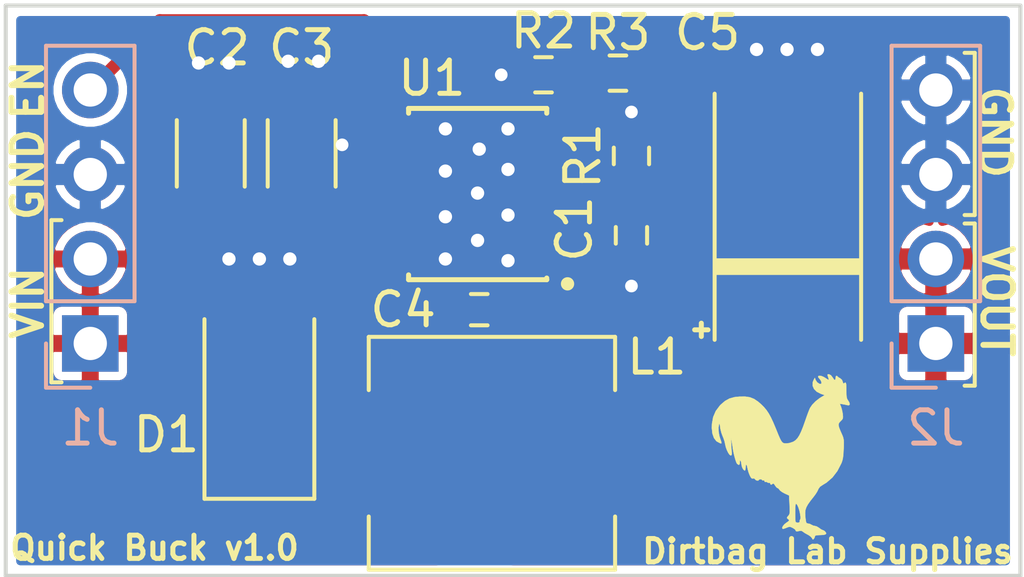
<source format=kicad_pcb>
(kicad_pcb (version 20171130) (host pcbnew "(5.1.5)-3")

  (general
    (thickness 1.6)
    (drawings 20)
    (tracks 71)
    (zones 0)
    (modules 14)
    (nets 10)
  )

  (page A4)
  (layers
    (0 F.Cu signal)
    (31 B.Cu signal hide)
    (32 B.Adhes user)
    (33 F.Adhes user)
    (34 B.Paste user)
    (35 F.Paste user)
    (36 B.SilkS user)
    (37 F.SilkS user)
    (38 B.Mask user)
    (39 F.Mask user)
    (40 Dwgs.User user)
    (41 Cmts.User user)
    (42 Eco1.User user)
    (43 Eco2.User user)
    (44 Edge.Cuts user)
    (45 Margin user)
    (46 B.CrtYd user)
    (47 F.CrtYd user)
    (48 B.Fab user)
    (49 F.Fab user hide)
  )

  (setup
    (last_trace_width 0.381)
    (user_trace_width 0.2032)
    (user_trace_width 0.254)
    (user_trace_width 0.381)
    (trace_clearance 0.2032)
    (zone_clearance 0.254)
    (zone_45_only yes)
    (trace_min 0.2032)
    (via_size 0.8128)
    (via_drill 0.381)
    (via_min_size 0.635)
    (via_min_drill 0.381)
    (user_via 0.8128 0.381)
    (uvia_size 0.3)
    (uvia_drill 0.1)
    (uvias_allowed no)
    (uvia_min_size 0.2)
    (uvia_min_drill 0.1)
    (edge_width 0.05)
    (segment_width 0.2)
    (pcb_text_width 0.3)
    (pcb_text_size 1.5 1.5)
    (mod_edge_width 0.12)
    (mod_text_size 1 1)
    (mod_text_width 0.15)
    (pad_size 1.524 1.524)
    (pad_drill 0.762)
    (pad_to_mask_clearance 0.051)
    (solder_mask_min_width 0.25)
    (aux_axis_origin 0 0)
    (visible_elements 7FFFFFFF)
    (pcbplotparams
      (layerselection 0x010fc_ffffffff)
      (usegerberextensions false)
      (usegerberattributes false)
      (usegerberadvancedattributes false)
      (creategerberjobfile false)
      (excludeedgelayer true)
      (linewidth 0.100000)
      (plotframeref false)
      (viasonmask false)
      (mode 1)
      (useauxorigin false)
      (hpglpennumber 1)
      (hpglpenspeed 20)
      (hpglpendiameter 15.000000)
      (psnegative false)
      (psa4output false)
      (plotreference true)
      (plotvalue true)
      (plotinvisibletext false)
      (padsonsilk false)
      (subtractmaskfromsilk false)
      (outputformat 1)
      (mirror false)
      (drillshape 1)
      (scaleselection 1)
      (outputdirectory ""))
  )

  (net 0 "")
  (net 1 GND)
  (net 2 "Net-(C1-Pad1)")
  (net 3 VBUS)
  (net 4 "Net-(C4-Pad2)")
  (net 5 "Net-(C4-Pad1)")
  (net 6 /5V_ENABLE)
  (net 7 +5V)
  (net 8 "Net-(R1-Pad2)")
  (net 9 "Net-(R2-Pad1)")

  (net_class Default "This is the default net class."
    (clearance 0.2032)
    (trace_width 0.254)
    (via_dia 0.8128)
    (via_drill 0.381)
    (uvia_dia 0.3)
    (uvia_drill 0.1)
    (diff_pair_width 0.2032)
    (diff_pair_gap 0.254)
    (add_net +5V)
    (add_net /5V_ENABLE)
    (add_net GND)
    (add_net "Net-(C1-Pad1)")
    (add_net "Net-(C4-Pad1)")
    (add_net "Net-(C4-Pad2)")
    (add_net "Net-(R1-Pad2)")
    (add_net "Net-(R2-Pad1)")
    (add_net VBUS)
  )

  (module DBLS_Capacitor:C_2917 (layer F.Cu) (tedit 61689F3B) (tstamp 6168BB6C)
    (at 74.295 82.55 90)
    (descr "Capacitor SMD 2225, reflow soldering, AVX (see smccp.pdf)")
    (tags "capacitor 2225")
    (path /61691100)
    (attr smd)
    (fp_text reference C5 (at 5.5372 -2.413 180) (layer F.SilkS)
      (effects (font (size 1 1) (thickness 0.15)))
    )
    (fp_text value VISHAY_593D107X0020E2TE3 (at 0 4.25 90) (layer F.Fab)
      (effects (font (size 1 1) (thickness 0.15)))
    )
    (fp_poly (pts (xy -1.3 2.2) (xy -1.7 2.2) (xy -1.7 -2.2) (xy -1.3 -2.2)) (layer F.Fab) (width 0.1))
    (fp_line (start -3.4 -2.8) (end -3.4 -2.4) (layer F.Fab) (width 0.15))
    (fp_line (start -3.6 -2.6) (end -3.2 -2.6) (layer F.Fab) (width 0.15))
    (fp_line (start -3.6 -2.6) (end -3.2 -2.6) (layer F.SilkS) (width 0.15))
    (fp_line (start -3.4 -2.8) (end -3.4 -2.4) (layer F.SilkS) (width 0.15))
    (fp_poly (pts (xy -1.3 2.2) (xy -1.7 2.2) (xy -1.7 -2.2) (xy -1.3 -2.2)) (layer F.SilkS) (width 0.1))
    (fp_line (start -4.5 -2.15) (end -4.5 2.15) (layer F.CrtYd) (width 0.05))
    (fp_line (start 4.5 2.15) (end 4.5 -2.15) (layer F.CrtYd) (width 0.05))
    (fp_line (start -4.5 2.15) (end 4.5 2.15) (layer F.CrtYd) (width 0.05))
    (fp_line (start -4.5 -2.15) (end 4.5 -2.15) (layer F.CrtYd) (width 0.05))
    (fp_line (start -3.7 2.2) (end 3.7 2.2) (layer F.SilkS) (width 0.12))
    (fp_line (start 3.7 -2.2) (end -3.7 -2.2) (layer F.SilkS) (width 0.12))
    (fp_line (start -3.7 -2.15) (end 3.7 -2.15) (layer F.Fab) (width 0.1))
    (fp_line (start 3.7 -2.15) (end 3.7 2.15) (layer F.Fab) (width 0.1))
    (fp_line (start 3.7 2.15) (end -3.7 2.15) (layer F.Fab) (width 0.1))
    (fp_line (start -3.7 2.15) (end -3.7 -2.15) (layer F.Fab) (width 0.1))
    (fp_text user %R (at 0 -4.25 90) (layer F.Fab)
      (effects (font (size 1 1) (thickness 0.15)))
    )
    (pad 2 smd rect (at 3.15 0 90) (size 2.5 4) (layers F.Cu F.Paste F.Mask)
      (net 1 GND))
    (pad 1 smd rect (at -3.15 0 90) (size 2.5 4.1) (layers F.Cu F.Paste F.Mask)
      (net 7 +5V))
    (model "C:/Users/birdman/Documents/DirtBagLabSupplies/kicad_libs/3Dmodels/593D E-CASE.stp"
      (offset (xyz -3.5 -4 0.5))
      (scale (xyz 1 1 1))
      (rotate (xyz -90 0 -90))
    )
  )

  (module DBLS_LOGO:Rooster_4mmx4mm (layer F.Cu) (tedit 61689A01) (tstamp 616A309C)
    (at 74.0664 89.7636)
    (fp_text reference G*** (at 0 0) (layer F.SilkS) hide
      (effects (font (size 1.524 1.524) (thickness 0.3)))
    )
    (fp_text value LOGO (at 0.75 0) (layer F.SilkS) hide
      (effects (font (size 1.524 1.524) (thickness 0.3)))
    )
    (fp_poly (pts (xy 1.52344 -2.444933) (xy 1.576309 -2.374864) (xy 1.617111 -2.314856) (xy 1.645295 -2.30211)
      (xy 1.659947 -2.336646) (xy 1.661914 -2.372982) (xy 1.673513 -2.420344) (xy 1.700626 -2.428569)
      (xy 1.724871 -2.404524) (xy 1.759193 -2.375743) (xy 1.798451 -2.356403) (xy 1.850944 -2.311373)
      (xy 1.872965 -2.256262) (xy 1.889895 -2.205364) (xy 1.910473 -2.199419) (xy 1.917431 -2.205165)
      (xy 1.946405 -2.22721) (xy 1.965843 -2.221043) (xy 1.977487 -2.181184) (xy 1.983078 -2.10215)
      (xy 1.984375 -1.994488) (xy 1.985972 -1.877557) (xy 1.992074 -1.798234) (xy 2.00465 -1.744582)
      (xy 2.025665 -1.704663) (xy 2.033984 -1.693487) (xy 2.074155 -1.627208) (xy 2.084249 -1.575253)
      (xy 2.064661 -1.54688) (xy 2.027783 -1.547413) (xy 1.965125 -1.561944) (xy 1.886826 -1.576943)
      (xy 1.878892 -1.578291) (xy 1.785811 -1.59386) (xy 1.822649 -1.505694) (xy 1.847146 -1.428444)
      (xy 1.868175 -1.33073) (xy 1.875658 -1.279938) (xy 1.883072 -1.199265) (xy 1.877576 -1.148654)
      (xy 1.853545 -1.109097) (xy 1.813198 -1.068895) (xy 1.77347 -1.027116) (xy 1.75232 -0.986307)
      (xy 1.750505 -0.936607) (xy 1.768782 -0.868149) (xy 1.807906 -0.771072) (xy 1.841906 -0.694531)
      (xy 1.872693 -0.623722) (xy 1.892822 -0.565395) (xy 1.904041 -0.506472) (xy 1.908099 -0.433872)
      (xy 1.906747 -0.334516) (xy 1.903275 -0.235644) (xy 1.895821 -0.091444) (xy 1.884728 0.016472)
      (xy 1.867882 0.101405) (xy 1.843168 0.176655) (xy 1.834282 0.198438) (xy 1.713022 0.432919)
      (xy 1.564944 0.625863) (xy 1.389671 0.777712) (xy 1.278393 0.845548) (xy 1.193007 0.902976)
      (xy 1.145853 0.967997) (xy 1.138928 0.986134) (xy 1.109085 1.048283) (xy 1.058333 1.128566)
      (xy 1.007508 1.196974) (xy 0.904785 1.327311) (xy 0.831113 1.431006) (xy 0.782678 1.518579)
      (xy 0.755665 1.600547) (xy 0.746259 1.687432) (xy 0.750646 1.789752) (xy 0.760213 1.878955)
      (xy 0.772214 1.955832) (xy 0.788495 1.995019) (xy 0.81539 2.008395) (xy 0.829671 2.00918)
      (xy 0.892635 2.024046) (xy 0.931636 2.045598) (xy 0.994816 2.075399) (xy 1.038216 2.082805)
      (xy 1.095473 2.098958) (xy 1.160396 2.137635) (xy 1.170343 2.145606) (xy 1.225733 2.185843)
      (xy 1.269328 2.206775) (xy 1.2755 2.207617) (xy 1.314184 2.224565) (xy 1.353225 2.258741)
      (xy 1.379512 2.302163) (xy 1.364854 2.33188) (xy 1.306766 2.349323) (xy 1.202763 2.355925)
      (xy 1.184423 2.356066) (xy 1.095506 2.36046) (xy 1.050288 2.373857) (xy 1.041796 2.388912)
      (xy 1.028059 2.434602) (xy 1.010713 2.463887) (xy 0.9857 2.490761) (xy 0.967658 2.476933)
      (xy 0.954902 2.450024) (xy 0.918077 2.405339) (xy 0.854325 2.358922) (xy 0.824488 2.34289)
      (xy 0.75161 2.303559) (xy 0.693279 2.264661) (xy 0.679076 2.252402) (xy 0.634797 2.226361)
      (xy 0.573424 2.231721) (xy 0.563164 2.234528) (xy 0.495579 2.246216) (xy 0.463632 2.229882)
      (xy 0.458886 2.206038) (xy 0.438848 2.181749) (xy 0.388928 2.148608) (xy 0.370567 2.13876)
      (xy 0.311154 2.111745) (xy 0.266658 2.107276) (xy 0.211772 2.125041) (xy 0.185421 2.136453)
      (xy 0.122095 2.160506) (xy 0.078801 2.169858) (xy 0.07143 2.168566) (xy 0.058983 2.136536)
      (xy 0.079776 2.086939) (xy 0.126904 2.031348) (xy 0.17702 1.991592) (xy 0.24059 1.947613)
      (xy 0.266813 1.919506) (xy 0.260305 1.896679) (xy 0.229443 1.871287) (xy 0.202333 1.846215)
      (xy 0.206631 1.820635) (xy 0.239569 1.781736) (xy 0.262761 1.753271) (xy 0.266977 1.744003)
      (xy 0.447062 1.744003) (xy 0.449211 1.840227) (xy 0.453625 1.917302) (xy 0.460274 1.962221)
      (xy 0.46302 1.967839) (xy 0.496399 1.982121) (xy 0.540882 1.984028) (xy 0.576009 1.975164)
      (xy 0.582238 1.958484) (xy 0.582235 1.919907) (xy 0.594617 1.898396) (xy 0.608981 1.862667)
      (xy 0.608581 1.800617) (xy 0.595078 1.710234) (xy 0.572268 1.610236) (xy 0.544008 1.522862)
      (xy 0.514235 1.456451) (xy 0.486885 1.41934) (xy 0.465896 1.419869) (xy 0.461737 1.427784)
      (xy 0.454516 1.470521) (xy 0.449683 1.546142) (xy 0.447209 1.641639) (xy 0.447062 1.744003)
      (xy 0.266977 1.744003) (xy 0.277365 1.721171) (xy 0.284618 1.674997) (xy 0.285756 1.604309)
      (xy 0.282019 1.49867) (xy 0.279475 1.445088) (xy 0.265846 1.16625) (xy 0.135052 1.106371)
      (xy 0.058099 1.064561) (xy -0.00141 1.020376) (xy -0.023549 0.994535) (xy -0.056613 0.953914)
      (xy -0.081488 0.942422) (xy -0.112626 0.922644) (xy -0.150099 0.874232) (xy -0.156106 0.864123)
      (xy -0.190713 0.814369) (xy -0.217534 0.806178) (xy -0.22928 0.81467) (xy -0.270941 0.841629)
      (xy -0.294783 0.827054) (xy -0.297657 0.806931) (xy -0.314557 0.781704) (xy -0.332355 0.783817)
      (xy -0.3721 0.781641) (xy -0.382758 0.77172) (xy -0.415954 0.756715) (xy -0.434877 0.76028)
      (xy -0.466145 0.755417) (xy -0.471289 0.735171) (xy -0.486822 0.707703) (xy -0.508497 0.710366)
      (xy -0.540391 0.709993) (xy -0.545704 0.698727) (xy -0.566256 0.679302) (xy -0.595313 0.676547)
      (xy -0.635702 0.687811) (xy -0.644922 0.69981) (xy -0.662838 0.718519) (xy -0.701925 0.716684)
      (xy -0.740196 0.698223) (xy -0.753767 0.680419) (xy -0.785918 0.653157) (xy -0.815813 0.656454)
      (xy -0.850301 0.656052) (xy -0.881947 0.624316) (xy -0.914095 0.565147) (xy -0.950537 0.473045)
      (xy -0.977704 0.375793) (xy -0.981984 0.352917) (xy -0.999289 0.275011) (xy -1.017612 0.238579)
      (xy -1.032941 0.245623) (xy -1.041266 0.298145) (xy -1.041797 0.323064) (xy -1.047412 0.392256)
      (xy -1.065036 0.41653) (xy -1.072803 0.415587) (xy -1.111924 0.381409) (xy -1.145672 0.317492)
      (xy -1.164519 0.243531) (xy -1.165835 0.223242) (xy -1.175809 0.159656) (xy -1.190625 0.124024)
      (xy -1.207096 0.109525) (xy -1.214194 0.137363) (xy -1.21505 0.167432) (xy -1.223653 0.229526)
      (xy -1.249513 0.24534) (xy -1.293916 0.215565) (xy -1.297779 0.211764) (xy -1.318854 0.172234)
      (xy -1.345133 0.096958) (xy -1.373079 -0.000978) (xy -1.399154 -0.108488) (xy -1.41982 -0.212485)
      (xy -1.42878 -0.272851) (xy -1.437492 -0.332551) (xy -1.451626 -0.417458) (xy -1.461214 -0.471289)
      (xy -1.472297 -0.528642) (xy -1.478625 -0.549829) (xy -1.480634 -0.531449) (xy -1.478763 -0.470101)
      (xy -1.473951 -0.37207) (xy -1.468034 -0.26357) (xy -1.462406 -0.169667) (xy -1.457927 -0.104349)
      (xy -1.456391 -0.086816) (xy -1.466986 -0.045493) (xy -1.488282 -0.037207) (xy -1.522269 -0.059127)
      (xy -1.562128 -0.116362) (xy -1.601594 -0.196127) (xy -1.634402 -0.285635) (xy -1.654288 -0.3721)
      (xy -1.655007 -0.377491) (xy -1.673869 -0.462667) (xy -1.70714 -0.562173) (xy -1.728955 -0.613891)
      (xy -1.767604 -0.718458) (xy -1.796563 -0.835175) (xy -1.804147 -0.885842) (xy -1.814413 -0.962559)
      (xy -1.825127 -0.992841) (xy -1.837436 -0.979855) (xy -1.837821 -0.978884) (xy -1.856306 -0.884889)
      (xy -1.854158 -0.763857) (xy -1.832506 -0.63333) (xy -1.810743 -0.558105) (xy -1.780924 -0.470986)
      (xy -1.766854 -0.421935) (xy -1.768915 -0.401851) (xy -1.787489 -0.401634) (xy -1.816944 -0.410392)
      (xy -1.91621 -0.46522) (xy -1.989848 -0.560193) (xy -2.036602 -0.692249) (xy -2.055217 -0.858324)
      (xy -2.051634 -0.983044) (xy -2.015085 -1.189867) (xy -1.936999 -1.371918) (xy -1.8145 -1.53551)
      (xy -1.787089 -1.563907) (xy -1.658357 -1.674467) (xy -1.525062 -1.747706) (xy -1.37261 -1.789905)
      (xy -1.225566 -1.80562) (xy -1.052745 -1.806559) (xy -0.911548 -1.784802) (xy -0.787164 -1.735109)
      (xy -0.664782 -1.652242) (xy -0.577426 -1.576384) (xy -0.491517 -1.491144) (xy -0.417166 -1.402672)
      (xy -0.349372 -1.30254) (xy -0.283131 -1.182322) (xy -0.213442 -1.03359) (xy -0.135303 -0.847916)
      (xy -0.114695 -0.79682) (xy -0.055969 -0.652089) (xy -0.010332 -0.547242) (xy 0.02696 -0.475866)
      (xy 0.060652 -0.431553) (xy 0.09549 -0.407892) (xy 0.136217 -0.398473) (xy 0.181351 -0.396875)
      (xy 0.277505 -0.410095) (xy 0.379012 -0.443811) (xy 0.39782 -0.452685) (xy 0.459543 -0.493068)
      (xy 0.516036 -0.552152) (xy 0.570565 -0.635822) (xy 0.626396 -0.749961) (xy 0.686796 -0.900453)
      (xy 0.755032 -1.093182) (xy 0.757581 -1.100701) (xy 0.799051 -1.219575) (xy 0.83962 -1.329607)
      (xy 0.874177 -1.417272) (xy 0.894691 -1.463476) (xy 0.961873 -1.561892) (xy 1.061402 -1.664013)
      (xy 1.179152 -1.756193) (xy 1.232381 -1.789673) (xy 1.33615 -1.84988) (xy 1.215698 -1.892661)
      (xy 1.096879 -1.953685) (xy 1.014953 -2.035609) (xy 0.973339 -2.131759) (xy 0.975458 -2.235456)
      (xy 1.003599 -2.306836) (xy 1.038059 -2.368847) (xy 1.063545 -2.302143) (xy 1.107852 -2.235492)
      (xy 1.172034 -2.191688) (xy 1.213799 -2.182812) (xy 1.238152 -2.200561) (xy 1.237162 -2.243824)
      (xy 1.214149 -2.297621) (xy 1.178626 -2.341496) (xy 1.140722 -2.389201) (xy 1.14189 -2.420033)
      (xy 1.174106 -2.432708) (xy 1.229346 -2.425942) (xy 1.299584 -2.398449) (xy 1.349495 -2.368847)
      (xy 1.407423 -2.331341) (xy 1.44662 -2.309291) (xy 1.453847 -2.306836) (xy 1.456936 -2.328047)
      (xy 1.442324 -2.385612) (xy 1.419374 -2.451645) (xy 1.425075 -2.475489) (xy 1.465515 -2.47645)
      (xy 1.52344 -2.444933)) (layer F.SilkS) (width 0.01))
  )

  (module DBLS_SOIC:SOIC-8-1EP_3.9x4.9mm_Pitch1.27mm_ALT (layer F.Cu) (tedit 61688A0E) (tstamp 6168BC33)
    (at 64.9765 81.8675 180)
    (descr "8-Lead Thermally Enhanced Plastic Small Outline (SE) - Narrow, 3.90 mm Body [SOIC] (see Microchip Packaging Specification 00000049BS.pdf)")
    (tags "SOIC 1.27")
    (path /616FAD9B)
    (attr smd)
    (fp_text reference U1 (at 1.3749 3.4831) (layer F.SilkS)
      (effects (font (size 1 1) (thickness 0.15)))
    )
    (fp_text value TI_LM22680QMRE-ADJ (at 0 3.5) (layer F.Fab)
      (effects (font (size 1 1) (thickness 0.15)))
    )
    (fp_circle (center -2.7 -2.7) (end -2.6 -2.7) (layer F.SilkS) (width 0.2))
    (fp_poly (pts (xy 1.5 2.5) (xy -1.5 2.5) (xy -1.5 -2.5) (xy 1.5 -2.5)) (layer F.Cu) (width 0.1))
    (fp_line (start -2.075 2.575) (end 2.075 2.575) (layer F.SilkS) (width 0.15))
    (fp_line (start -2.075 -2.575) (end 2.075 -2.575) (layer F.SilkS) (width 0.15))
    (fp_line (start -2.075 2.575) (end -2.075 2.43) (layer F.SilkS) (width 0.15))
    (fp_line (start 2.075 2.575) (end 2.075 2.43) (layer F.SilkS) (width 0.15))
    (fp_line (start 2.075 -2.575) (end 2.075 -2.43) (layer F.SilkS) (width 0.15))
    (fp_line (start -2.075 -2.575) (end -2.075 -2.525) (layer F.SilkS) (width 0.15))
    (fp_line (start -3.75 2.75) (end 3.75 2.75) (layer F.CrtYd) (width 0.05))
    (fp_line (start -3.75 -2.75) (end 3.75 -2.75) (layer F.CrtYd) (width 0.05))
    (fp_line (start 3.75 -2.75) (end 3.75 2.75) (layer F.CrtYd) (width 0.05))
    (fp_line (start -3.75 -2.75) (end -3.75 2.75) (layer F.CrtYd) (width 0.05))
    (fp_line (start -1.95 -1.45) (end -0.95 -2.45) (layer F.Fab) (width 0.15))
    (fp_line (start -1.95 2.45) (end -1.95 -1.45) (layer F.Fab) (width 0.15))
    (fp_line (start 1.95 2.45) (end -1.95 2.45) (layer F.Fab) (width 0.15))
    (fp_line (start 1.95 -2.45) (end 1.95 2.45) (layer F.Fab) (width 0.15))
    (fp_line (start -0.95 -2.45) (end 1.95 -2.45) (layer F.Fab) (width 0.15))
    (fp_text user %R (at 0 0) (layer F.Fab)
      (effects (font (size 0.9 0.9) (thickness 0.135)))
    )
    (pad 9 smd rect (at -0.5875 -0.5875 180) (size 1.175 1.175) (layers F.Cu F.Paste F.Mask)
      (net 1 GND) (solder_paste_margin_ratio -0.2))
    (pad 9 smd rect (at -0.5875 0.5875 180) (size 1.175 1.175) (layers F.Cu F.Paste F.Mask)
      (net 1 GND) (solder_paste_margin_ratio -0.2))
    (pad 9 smd rect (at 0.5875 -0.5875 180) (size 1.175 1.175) (layers F.Cu F.Paste F.Mask)
      (net 1 GND) (solder_paste_margin_ratio -0.2))
    (pad 9 smd rect (at 0.5875 0.5875 180) (size 1.175 1.175) (layers F.Cu F.Paste F.Mask)
      (net 1 GND) (solder_paste_margin_ratio -0.2))
    (pad 8 smd rect (at 2.7 -1.905 180) (size 1.55 0.6) (layers F.Cu F.Paste F.Mask)
      (net 5 "Net-(C4-Pad1)"))
    (pad 7 smd rect (at 2.7 -0.635 180) (size 1.55 0.6) (layers F.Cu F.Paste F.Mask)
      (net 3 VBUS))
    (pad 6 smd rect (at 2.7 0.635 180) (size 1.55 0.6) (layers F.Cu F.Paste F.Mask)
      (net 1 GND))
    (pad 5 smd rect (at 2.7 1.905 180) (size 1.55 0.6) (layers F.Cu F.Paste F.Mask)
      (net 6 /5V_ENABLE))
    (pad 4 smd rect (at -2.7 1.905 180) (size 1.55 0.6) (layers F.Cu F.Paste F.Mask)
      (net 9 "Net-(R2-Pad1)"))
    (pad 3 smd rect (at -2.7 0.635 180) (size 1.55 0.6) (layers F.Cu F.Paste F.Mask)
      (net 8 "Net-(R1-Pad2)"))
    (pad 2 smd rect (at -2.7 -0.635 180) (size 1.55 0.6) (layers F.Cu F.Paste F.Mask)
      (net 2 "Net-(C1-Pad1)"))
    (pad 1 smd rect (at -2.7 -1.905 180) (size 1.55 0.6) (layers F.Cu F.Paste F.Mask)
      (net 4 "Net-(C4-Pad2)"))
    (model ${KISYS3DMOD}/Housings_SOIC.3dshapes/SOIC-8-1EP_3.9x4.9mm_Pitch1.27mm.wrl
      (at (xyz 0 0 0))
      (scale (xyz 1 1 1))
      (rotate (xyz 0 0 0))
    )
  )

  (module Resistors_SMD:R_0402 (layer F.Cu) (tedit 58E0A804) (tstamp 6168BC00)
    (at 69.1896 78.232)
    (descr "Resistor SMD 0402, reflow soldering, Vishay (see dcrcw.pdf)")
    (tags "resistor 0402")
    (path /6176838D)
    (attr smd)
    (fp_text reference R3 (at 0 -1.2192) (layer F.SilkS)
      (effects (font (size 1 1) (thickness 0.15)))
    )
    (fp_text value VISHAYDALE_CRCW04022K00JNEDC (at 0 1.45) (layer F.Fab)
      (effects (font (size 1 1) (thickness 0.15)))
    )
    (fp_line (start 0.8 0.45) (end -0.8 0.45) (layer F.CrtYd) (width 0.05))
    (fp_line (start 0.8 0.45) (end 0.8 -0.45) (layer F.CrtYd) (width 0.05))
    (fp_line (start -0.8 -0.45) (end -0.8 0.45) (layer F.CrtYd) (width 0.05))
    (fp_line (start -0.8 -0.45) (end 0.8 -0.45) (layer F.CrtYd) (width 0.05))
    (fp_line (start -0.25 0.53) (end 0.25 0.53) (layer F.SilkS) (width 0.12))
    (fp_line (start 0.25 -0.53) (end -0.25 -0.53) (layer F.SilkS) (width 0.12))
    (fp_line (start -0.5 -0.25) (end 0.5 -0.25) (layer F.Fab) (width 0.1))
    (fp_line (start 0.5 -0.25) (end 0.5 0.25) (layer F.Fab) (width 0.1))
    (fp_line (start 0.5 0.25) (end -0.5 0.25) (layer F.Fab) (width 0.1))
    (fp_line (start -0.5 0.25) (end -0.5 -0.25) (layer F.Fab) (width 0.1))
    (fp_text user %R (at 0 -1.35) (layer F.Fab)
      (effects (font (size 1 1) (thickness 0.15)))
    )
    (pad 2 smd rect (at 0.45 0) (size 0.4 0.6) (layers F.Cu F.Paste F.Mask)
      (net 7 +5V))
    (pad 1 smd rect (at -0.45 0) (size 0.4 0.6) (layers F.Cu F.Paste F.Mask)
      (net 9 "Net-(R2-Pad1)"))
    (model ${KISYS3DMOD}/Resistors_SMD.3dshapes/R_0402.wrl
      (at (xyz 0 0 0))
      (scale (xyz 1 1 1))
      (rotate (xyz 0 0 0))
    )
  )

  (module Resistors_SMD:R_0402 (layer F.Cu) (tedit 58E0A804) (tstamp 6168BBEF)
    (at 66.9544 78.2828 180)
    (descr "Resistor SMD 0402, reflow soldering, Vishay (see dcrcw.pdf)")
    (tags "resistor 0402")
    (path /61768D4D)
    (attr smd)
    (fp_text reference R2 (at 0 1.3208) (layer F.SilkS)
      (effects (font (size 1 1) (thickness 0.15)))
    )
    (fp_text value VISHAYDALE_CRCW04025K60JNED (at 0 1.45) (layer F.Fab)
      (effects (font (size 1 1) (thickness 0.15)))
    )
    (fp_line (start 0.8 0.45) (end -0.8 0.45) (layer F.CrtYd) (width 0.05))
    (fp_line (start 0.8 0.45) (end 0.8 -0.45) (layer F.CrtYd) (width 0.05))
    (fp_line (start -0.8 -0.45) (end -0.8 0.45) (layer F.CrtYd) (width 0.05))
    (fp_line (start -0.8 -0.45) (end 0.8 -0.45) (layer F.CrtYd) (width 0.05))
    (fp_line (start -0.25 0.53) (end 0.25 0.53) (layer F.SilkS) (width 0.12))
    (fp_line (start 0.25 -0.53) (end -0.25 -0.53) (layer F.SilkS) (width 0.12))
    (fp_line (start -0.5 -0.25) (end 0.5 -0.25) (layer F.Fab) (width 0.1))
    (fp_line (start 0.5 -0.25) (end 0.5 0.25) (layer F.Fab) (width 0.1))
    (fp_line (start 0.5 0.25) (end -0.5 0.25) (layer F.Fab) (width 0.1))
    (fp_line (start -0.5 0.25) (end -0.5 -0.25) (layer F.Fab) (width 0.1))
    (fp_text user %R (at 0 -1.35) (layer F.Fab)
      (effects (font (size 1 1) (thickness 0.15)))
    )
    (pad 2 smd rect (at 0.45 0 180) (size 0.4 0.6) (layers F.Cu F.Paste F.Mask)
      (net 1 GND))
    (pad 1 smd rect (at -0.45 0 180) (size 0.4 0.6) (layers F.Cu F.Paste F.Mask)
      (net 9 "Net-(R2-Pad1)"))
    (model ${KISYS3DMOD}/Resistors_SMD.3dshapes/R_0402.wrl
      (at (xyz 0 0 0))
      (scale (xyz 1 1 1))
      (rotate (xyz 0 0 0))
    )
  )

  (module Resistors_SMD:R_0402 (layer F.Cu) (tedit 58E0A804) (tstamp 6168BBDE)
    (at 69.596 80.7212 270)
    (descr "Resistor SMD 0402, reflow soldering, Vishay (see dcrcw.pdf)")
    (tags "resistor 0402")
    (path /616C4F6D)
    (attr smd)
    (fp_text reference R1 (at 0 1.4605 90) (layer F.SilkS)
      (effects (font (size 1 1) (thickness 0.15)))
    )
    (fp_text value VISHAYDALE_CRCW04020000Z0EDHP (at 0 1.45 90) (layer F.Fab)
      (effects (font (size 1 1) (thickness 0.15)))
    )
    (fp_line (start 0.8 0.45) (end -0.8 0.45) (layer F.CrtYd) (width 0.05))
    (fp_line (start 0.8 0.45) (end 0.8 -0.45) (layer F.CrtYd) (width 0.05))
    (fp_line (start -0.8 -0.45) (end -0.8 0.45) (layer F.CrtYd) (width 0.05))
    (fp_line (start -0.8 -0.45) (end 0.8 -0.45) (layer F.CrtYd) (width 0.05))
    (fp_line (start -0.25 0.53) (end 0.25 0.53) (layer F.SilkS) (width 0.12))
    (fp_line (start 0.25 -0.53) (end -0.25 -0.53) (layer F.SilkS) (width 0.12))
    (fp_line (start -0.5 -0.25) (end 0.5 -0.25) (layer F.Fab) (width 0.1))
    (fp_line (start 0.5 -0.25) (end 0.5 0.25) (layer F.Fab) (width 0.1))
    (fp_line (start 0.5 0.25) (end -0.5 0.25) (layer F.Fab) (width 0.1))
    (fp_line (start -0.5 0.25) (end -0.5 -0.25) (layer F.Fab) (width 0.1))
    (fp_text user %R (at 0 -1.35 90) (layer F.Fab)
      (effects (font (size 1 1) (thickness 0.15)))
    )
    (pad 2 smd rect (at 0.45 0 270) (size 0.4 0.6) (layers F.Cu F.Paste F.Mask)
      (net 8 "Net-(R1-Pad2)"))
    (pad 1 smd rect (at -0.45 0 270) (size 0.4 0.6) (layers F.Cu F.Paste F.Mask)
      (net 1 GND))
    (model ${KISYS3DMOD}/Resistors_SMD.3dshapes/R_0402.wrl
      (at (xyz 0 0 0))
      (scale (xyz 1 1 1))
      (rotate (xyz 0 0 0))
    )
  )

  (module DBLS_Inductor:L_6.4x6.0_H3 (layer F.Cu) (tedit 6168774D) (tstamp 6168BBCD)
    (at 65.405 89.662)
    (descr "Choke, SMD, 6.3x6.3mm 3mm height")
    (tags "Choke SMD")
    (path /617986EB)
    (attr smd)
    (fp_text reference L1 (at 4.953 -2.8956) (layer F.SilkS)
      (effects (font (size 1 1) (thickness 0.15)))
    )
    (fp_text value PANASONIC_ETQ-P3M100KVN (at 0 4.45) (layer F.Fab)
      (effects (font (size 1 1) (thickness 0.15)))
    )
    (fp_arc (start 0 0) (end 1.91 1.91) (angle 90) (layer F.Fab) (width 0.1))
    (fp_arc (start 0 0) (end -1.91 -1.91) (angle 90) (layer F.Fab) (width 0.1))
    (fp_line (start -3.7 3.5) (end 3.7 3.5) (layer F.Fab) (width 0.1))
    (fp_line (start -3.7 -3.5) (end 3.7 -3.5) (layer F.Fab) (width 0.1))
    (fp_line (start -3.7 -3.5) (end -3.7 -1.5) (layer F.Fab) (width 0.1))
    (fp_line (start -3.7 3.5) (end -3.7 1.5) (layer F.Fab) (width 0.1))
    (fp_line (start 3.7 -3.5) (end 3.7 -1.5) (layer F.Fab) (width 0.1))
    (fp_line (start 3.7 3.5) (end 3.7 1.5) (layer F.Fab) (width 0.1))
    (fp_line (start 4.13 -3.6) (end -4.13 -3.6) (layer F.CrtYd) (width 0.05))
    (fp_line (start 4.13 3.6) (end 4.13 -3.6) (layer F.CrtYd) (width 0.05))
    (fp_line (start -4.13 3.6) (end 4.13 3.6) (layer F.CrtYd) (width 0.05))
    (fp_line (start -4.13 -3.6) (end -4.13 3.6) (layer F.CrtYd) (width 0.05))
    (fp_line (start 3.7 -3.5) (end 3.7 -1.9) (layer F.SilkS) (width 0.12))
    (fp_line (start -3.7 -3.5) (end 3.7 -3.5) (layer F.SilkS) (width 0.12))
    (fp_line (start -3.7 -1.9) (end -3.7 -3.5) (layer F.SilkS) (width 0.12))
    (fp_line (start -3.7 3.5) (end -3.7 1.9) (layer F.SilkS) (width 0.12))
    (fp_line (start 3.7 3.5) (end -3.7 3.5) (layer F.SilkS) (width 0.12))
    (fp_line (start 3.7 1.9) (end 3.7 3.5) (layer F.SilkS) (width 0.12))
    (fp_text user %R (at 0 0) (layer F.Fab)
      (effects (font (size 1 1) (thickness 0.15)))
    )
    (pad 2 smd rect (at 2.921 0) (size 2.413 3.429) (layers F.Cu F.Paste F.Mask)
      (net 7 +5V))
    (pad 1 smd rect (at -2.921 0) (size 2.413 3.429) (layers F.Cu F.Paste F.Mask)
      (net 5 "Net-(C4-Pad1)"))
    (model C:/Users/birdman/Documents/DirtBagLabSupplies/kicad_libs/3Dmodels/PCC-M0630M-LP.STEP
      (offset (xyz 0 0 2.2))
      (scale (xyz 1 1 1))
      (rotate (xyz -90 0 0))
    )
  )

  (module Pin_Headers:Pin_Header_Straight_1x04_Pitch2.54mm (layer B.Cu) (tedit 59650532) (tstamp 6168BBB4)
    (at 78.74 86.36)
    (descr "Through hole straight pin header, 1x04, 2.54mm pitch, single row")
    (tags "Through hole pin header THT 1x04 2.54mm single row")
    (path /616B23C4)
    (fp_text reference J2 (at 0 2.54) (layer B.SilkS)
      (effects (font (size 1 1) (thickness 0.15)) (justify mirror))
    )
    (fp_text value Conn_01x04 (at 0 -9.95) (layer B.Fab)
      (effects (font (size 1 1) (thickness 0.15)) (justify mirror))
    )
    (fp_text user %R (at 0 -3.81 270) (layer B.Fab)
      (effects (font (size 1 1) (thickness 0.15)) (justify mirror))
    )
    (fp_line (start 1.8 1.8) (end -1.8 1.8) (layer B.CrtYd) (width 0.05))
    (fp_line (start 1.8 -9.4) (end 1.8 1.8) (layer B.CrtYd) (width 0.05))
    (fp_line (start -1.8 -9.4) (end 1.8 -9.4) (layer B.CrtYd) (width 0.05))
    (fp_line (start -1.8 1.8) (end -1.8 -9.4) (layer B.CrtYd) (width 0.05))
    (fp_line (start -1.33 1.33) (end 0 1.33) (layer B.SilkS) (width 0.12))
    (fp_line (start -1.33 0) (end -1.33 1.33) (layer B.SilkS) (width 0.12))
    (fp_line (start -1.33 -1.27) (end 1.33 -1.27) (layer B.SilkS) (width 0.12))
    (fp_line (start 1.33 -1.27) (end 1.33 -8.95) (layer B.SilkS) (width 0.12))
    (fp_line (start -1.33 -1.27) (end -1.33 -8.95) (layer B.SilkS) (width 0.12))
    (fp_line (start -1.33 -8.95) (end 1.33 -8.95) (layer B.SilkS) (width 0.12))
    (fp_line (start -1.27 0.635) (end -0.635 1.27) (layer B.Fab) (width 0.1))
    (fp_line (start -1.27 -8.89) (end -1.27 0.635) (layer B.Fab) (width 0.1))
    (fp_line (start 1.27 -8.89) (end -1.27 -8.89) (layer B.Fab) (width 0.1))
    (fp_line (start 1.27 1.27) (end 1.27 -8.89) (layer B.Fab) (width 0.1))
    (fp_line (start -0.635 1.27) (end 1.27 1.27) (layer B.Fab) (width 0.1))
    (pad 4 thru_hole oval (at 0 -7.62) (size 1.7 1.7) (drill 1) (layers *.Cu *.Mask)
      (net 1 GND))
    (pad 3 thru_hole oval (at 0 -5.08) (size 1.7 1.7) (drill 1) (layers *.Cu *.Mask)
      (net 1 GND))
    (pad 2 thru_hole oval (at 0 -2.54) (size 1.7 1.7) (drill 1) (layers *.Cu *.Mask)
      (net 7 +5V))
    (pad 1 thru_hole rect (at 0 0) (size 1.7 1.7) (drill 1) (layers *.Cu *.Mask)
      (net 7 +5V))
    (model ${KISYS3DMOD}/Pin_Headers.3dshapes/Pin_Header_Straight_1x04_Pitch2.54mm.wrl
      (at (xyz 0 0 0))
      (scale (xyz 1 1 1))
      (rotate (xyz 0 0 0))
    )
  )

  (module Pin_Headers:Pin_Header_Straight_1x04_Pitch2.54mm (layer B.Cu) (tedit 59650532) (tstamp 61688C02)
    (at 53.34 86.36)
    (descr "Through hole straight pin header, 1x04, 2.54mm pitch, single row")
    (tags "Through hole pin header THT 1x04 2.54mm single row")
    (path /616B1A3F)
    (fp_text reference J1 (at 0 2.54) (layer B.SilkS)
      (effects (font (size 1 1) (thickness 0.15)) (justify mirror))
    )
    (fp_text value Conn_01x04 (at 0 -9.95) (layer B.Fab)
      (effects (font (size 1 1) (thickness 0.15)) (justify mirror))
    )
    (fp_text user %R (at 0 -3.81 270) (layer B.Fab)
      (effects (font (size 1 1) (thickness 0.15)) (justify mirror))
    )
    (fp_line (start 1.8 1.8) (end -1.8 1.8) (layer B.CrtYd) (width 0.05))
    (fp_line (start 1.8 -9.4) (end 1.8 1.8) (layer B.CrtYd) (width 0.05))
    (fp_line (start -1.8 -9.4) (end 1.8 -9.4) (layer B.CrtYd) (width 0.05))
    (fp_line (start -1.8 1.8) (end -1.8 -9.4) (layer B.CrtYd) (width 0.05))
    (fp_line (start -1.33 1.33) (end 0 1.33) (layer B.SilkS) (width 0.12))
    (fp_line (start -1.33 0) (end -1.33 1.33) (layer B.SilkS) (width 0.12))
    (fp_line (start -1.33 -1.27) (end 1.33 -1.27) (layer B.SilkS) (width 0.12))
    (fp_line (start 1.33 -1.27) (end 1.33 -8.95) (layer B.SilkS) (width 0.12))
    (fp_line (start -1.33 -1.27) (end -1.33 -8.95) (layer B.SilkS) (width 0.12))
    (fp_line (start -1.33 -8.95) (end 1.33 -8.95) (layer B.SilkS) (width 0.12))
    (fp_line (start -1.27 0.635) (end -0.635 1.27) (layer B.Fab) (width 0.1))
    (fp_line (start -1.27 -8.89) (end -1.27 0.635) (layer B.Fab) (width 0.1))
    (fp_line (start 1.27 -8.89) (end -1.27 -8.89) (layer B.Fab) (width 0.1))
    (fp_line (start 1.27 1.27) (end 1.27 -8.89) (layer B.Fab) (width 0.1))
    (fp_line (start -0.635 1.27) (end 1.27 1.27) (layer B.Fab) (width 0.1))
    (pad 4 thru_hole oval (at 0 -7.62) (size 1.7 1.7) (drill 1) (layers *.Cu *.Mask)
      (net 6 /5V_ENABLE))
    (pad 3 thru_hole oval (at 0 -5.08) (size 1.7 1.7) (drill 1) (layers *.Cu *.Mask)
      (net 1 GND))
    (pad 2 thru_hole oval (at 0 -2.54) (size 1.7 1.7) (drill 1) (layers *.Cu *.Mask)
      (net 3 VBUS))
    (pad 1 thru_hole rect (at 0 0) (size 1.7 1.7) (drill 1) (layers *.Cu *.Mask)
      (net 3 VBUS))
    (model ${KISYS3DMOD}/Pin_Headers.3dshapes/Pin_Header_Straight_1x04_Pitch2.54mm.wrl
      (at (xyz 0 0 0))
      (scale (xyz 1 1 1))
      (rotate (xyz 0 0 0))
    )
  )

  (module Diodes_SMD:D_SMA (layer F.Cu) (tedit 586432E5) (tstamp 6168BB84)
    (at 58.42 87.63 90)
    (descr "Diode SMA (DO-214AC)")
    (tags "Diode SMA (DO-214AC)")
    (path /61782795)
    (attr smd)
    (fp_text reference D1 (at -1.4732 -2.794 180) (layer F.SilkS)
      (effects (font (size 1 1) (thickness 0.15)))
    )
    (fp_text value VISHAY_SSA33L-E3_61T (at 0 2.6 90) (layer F.Fab)
      (effects (font (size 1 1) (thickness 0.15)))
    )
    (fp_line (start -3.4 -1.65) (end 2 -1.65) (layer F.SilkS) (width 0.12))
    (fp_line (start -3.4 1.65) (end 2 1.65) (layer F.SilkS) (width 0.12))
    (fp_line (start -0.64944 0.00102) (end 0.50118 -0.79908) (layer F.Fab) (width 0.1))
    (fp_line (start -0.64944 0.00102) (end 0.50118 0.75032) (layer F.Fab) (width 0.1))
    (fp_line (start 0.50118 0.75032) (end 0.50118 -0.79908) (layer F.Fab) (width 0.1))
    (fp_line (start -0.64944 -0.79908) (end -0.64944 0.80112) (layer F.Fab) (width 0.1))
    (fp_line (start 0.50118 0.00102) (end 1.4994 0.00102) (layer F.Fab) (width 0.1))
    (fp_line (start -0.64944 0.00102) (end -1.55114 0.00102) (layer F.Fab) (width 0.1))
    (fp_line (start -3.5 1.75) (end -3.5 -1.75) (layer F.CrtYd) (width 0.05))
    (fp_line (start 3.5 1.75) (end -3.5 1.75) (layer F.CrtYd) (width 0.05))
    (fp_line (start 3.5 -1.75) (end 3.5 1.75) (layer F.CrtYd) (width 0.05))
    (fp_line (start -3.5 -1.75) (end 3.5 -1.75) (layer F.CrtYd) (width 0.05))
    (fp_line (start 2.3 -1.5) (end -2.3 -1.5) (layer F.Fab) (width 0.1))
    (fp_line (start 2.3 -1.5) (end 2.3 1.5) (layer F.Fab) (width 0.1))
    (fp_line (start -2.3 1.5) (end -2.3 -1.5) (layer F.Fab) (width 0.1))
    (fp_line (start 2.3 1.5) (end -2.3 1.5) (layer F.Fab) (width 0.1))
    (fp_line (start -3.4 -1.65) (end -3.4 1.65) (layer F.SilkS) (width 0.12))
    (fp_text user %R (at 0 -2.5 90) (layer F.Fab)
      (effects (font (size 1 1) (thickness 0.15)))
    )
    (pad 2 smd rect (at 2 0 90) (size 2.5 1.8) (layers F.Cu F.Paste F.Mask)
      (net 1 GND))
    (pad 1 smd rect (at -2 0 90) (size 2.5 1.8) (layers F.Cu F.Paste F.Mask)
      (net 5 "Net-(C4-Pad1)"))
    (model ${KISYS3DMOD}/Diodes_SMD.3dshapes/D_SMA.wrl
      (at (xyz 0 0 0))
      (scale (xyz 1 1 1))
      (rotate (xyz 0 0 0))
    )
  )

  (module Capacitors_SMD:C_0402 (layer F.Cu) (tedit 58AA841A) (tstamp 6168BB55)
    (at 65.024 85.344)
    (descr "Capacitor SMD 0402, reflow soldering, AVX (see smccp.pdf)")
    (tags "capacitor 0402")
    (path /6168CA7F)
    (attr smd)
    (fp_text reference C4 (at -2.286 0) (layer F.SilkS)
      (effects (font (size 1 1) (thickness 0.15)))
    )
    (fp_text value MURATA_GCM155R71E103KA37D (at 0 1.27) (layer F.Fab)
      (effects (font (size 1 1) (thickness 0.15)))
    )
    (fp_line (start 1 0.4) (end -1 0.4) (layer F.CrtYd) (width 0.05))
    (fp_line (start 1 0.4) (end 1 -0.4) (layer F.CrtYd) (width 0.05))
    (fp_line (start -1 -0.4) (end -1 0.4) (layer F.CrtYd) (width 0.05))
    (fp_line (start -1 -0.4) (end 1 -0.4) (layer F.CrtYd) (width 0.05))
    (fp_line (start -0.25 0.47) (end 0.25 0.47) (layer F.SilkS) (width 0.12))
    (fp_line (start 0.25 -0.47) (end -0.25 -0.47) (layer F.SilkS) (width 0.12))
    (fp_line (start -0.5 -0.25) (end 0.5 -0.25) (layer F.Fab) (width 0.1))
    (fp_line (start 0.5 -0.25) (end 0.5 0.25) (layer F.Fab) (width 0.1))
    (fp_line (start 0.5 0.25) (end -0.5 0.25) (layer F.Fab) (width 0.1))
    (fp_line (start -0.5 0.25) (end -0.5 -0.25) (layer F.Fab) (width 0.1))
    (fp_text user %R (at 0 -1.27) (layer F.Fab)
      (effects (font (size 1 1) (thickness 0.15)))
    )
    (pad 2 smd rect (at 0.55 0) (size 0.6 0.5) (layers F.Cu F.Paste F.Mask)
      (net 4 "Net-(C4-Pad2)"))
    (pad 1 smd rect (at -0.55 0) (size 0.6 0.5) (layers F.Cu F.Paste F.Mask)
      (net 5 "Net-(C4-Pad1)"))
    (model Capacitors_SMD.3dshapes/C_0402.wrl
      (at (xyz 0 0 0))
      (scale (xyz 1 1 1))
      (rotate (xyz 0 0 0))
    )
  )

  (module Capacitors_SMD:C_1206 (layer F.Cu) (tedit 58AA84B8) (tstamp 6168BB44)
    (at 59.69 80.645 90)
    (descr "Capacitor SMD 1206, reflow soldering, AVX (see smccp.pdf)")
    (tags "capacitor 1206")
    (path /616BF32B)
    (attr smd)
    (fp_text reference C3 (at 3.175 0 180) (layer F.SilkS)
      (effects (font (size 1 1) (thickness 0.15)))
    )
    (fp_text value MURATA_GRT31CR61H106KE01L (at 0 2 90) (layer F.Fab)
      (effects (font (size 1 1) (thickness 0.15)))
    )
    (fp_line (start 2.25 1.05) (end -2.25 1.05) (layer F.CrtYd) (width 0.05))
    (fp_line (start 2.25 1.05) (end 2.25 -1.05) (layer F.CrtYd) (width 0.05))
    (fp_line (start -2.25 -1.05) (end -2.25 1.05) (layer F.CrtYd) (width 0.05))
    (fp_line (start -2.25 -1.05) (end 2.25 -1.05) (layer F.CrtYd) (width 0.05))
    (fp_line (start -1 1.02) (end 1 1.02) (layer F.SilkS) (width 0.12))
    (fp_line (start 1 -1.02) (end -1 -1.02) (layer F.SilkS) (width 0.12))
    (fp_line (start -1.6 -0.8) (end 1.6 -0.8) (layer F.Fab) (width 0.1))
    (fp_line (start 1.6 -0.8) (end 1.6 0.8) (layer F.Fab) (width 0.1))
    (fp_line (start 1.6 0.8) (end -1.6 0.8) (layer F.Fab) (width 0.1))
    (fp_line (start -1.6 0.8) (end -1.6 -0.8) (layer F.Fab) (width 0.1))
    (fp_text user %R (at 0 -1.75 90) (layer F.Fab)
      (effects (font (size 1 1) (thickness 0.15)))
    )
    (pad 2 smd rect (at 1.5 0 90) (size 1 1.6) (layers F.Cu F.Paste F.Mask)
      (net 1 GND))
    (pad 1 smd rect (at -1.5 0 90) (size 1 1.6) (layers F.Cu F.Paste F.Mask)
      (net 3 VBUS))
    (model Capacitors_SMD.3dshapes/C_1206.wrl
      (at (xyz 0 0 0))
      (scale (xyz 1 1 1))
      (rotate (xyz 0 0 0))
    )
  )

  (module Capacitors_SMD:C_1206 (layer F.Cu) (tedit 58AA84B8) (tstamp 6168BB33)
    (at 56.9595 80.645 90)
    (descr "Capacitor SMD 1206, reflow soldering, AVX (see smccp.pdf)")
    (tags "capacitor 1206")
    (path /616BE657)
    (attr smd)
    (fp_text reference C2 (at 3.175 0.1905) (layer F.SilkS)
      (effects (font (size 1 1) (thickness 0.15)))
    )
    (fp_text value MURATA_GRM31CC81E226KE11L (at 0 2 90) (layer F.Fab)
      (effects (font (size 1 1) (thickness 0.15)))
    )
    (fp_line (start 2.25 1.05) (end -2.25 1.05) (layer F.CrtYd) (width 0.05))
    (fp_line (start 2.25 1.05) (end 2.25 -1.05) (layer F.CrtYd) (width 0.05))
    (fp_line (start -2.25 -1.05) (end -2.25 1.05) (layer F.CrtYd) (width 0.05))
    (fp_line (start -2.25 -1.05) (end 2.25 -1.05) (layer F.CrtYd) (width 0.05))
    (fp_line (start -1 1.02) (end 1 1.02) (layer F.SilkS) (width 0.12))
    (fp_line (start 1 -1.02) (end -1 -1.02) (layer F.SilkS) (width 0.12))
    (fp_line (start -1.6 -0.8) (end 1.6 -0.8) (layer F.Fab) (width 0.1))
    (fp_line (start 1.6 -0.8) (end 1.6 0.8) (layer F.Fab) (width 0.1))
    (fp_line (start 1.6 0.8) (end -1.6 0.8) (layer F.Fab) (width 0.1))
    (fp_line (start -1.6 0.8) (end -1.6 -0.8) (layer F.Fab) (width 0.1))
    (fp_text user %R (at 0 -1.75 90) (layer F.Fab)
      (effects (font (size 1 1) (thickness 0.15)))
    )
    (pad 2 smd rect (at 1.5 0 90) (size 1 1.6) (layers F.Cu F.Paste F.Mask)
      (net 1 GND))
    (pad 1 smd rect (at -1.5 0 90) (size 1 1.6) (layers F.Cu F.Paste F.Mask)
      (net 3 VBUS))
    (model Capacitors_SMD.3dshapes/C_1206.wrl
      (at (xyz 0 0 0))
      (scale (xyz 1 1 1))
      (rotate (xyz 0 0 0))
    )
  )

  (module Capacitors_SMD:C_0402 (layer F.Cu) (tedit 58AA841A) (tstamp 6168BB22)
    (at 69.596 83.1088 270)
    (descr "Capacitor SMD 0402, reflow soldering, AVX (see smccp.pdf)")
    (tags "capacitor 0402")
    (path /61712A95)
    (attr smd)
    (fp_text reference C1 (at -0.1905 1.7145 90) (layer F.SilkS)
      (effects (font (size 1 1) (thickness 0.15)))
    )
    (fp_text value MURATA_GCM155R71C104KA55J (at 0 1.27 90) (layer F.Fab)
      (effects (font (size 1 1) (thickness 0.15)))
    )
    (fp_line (start 1 0.4) (end -1 0.4) (layer F.CrtYd) (width 0.05))
    (fp_line (start 1 0.4) (end 1 -0.4) (layer F.CrtYd) (width 0.05))
    (fp_line (start -1 -0.4) (end -1 0.4) (layer F.CrtYd) (width 0.05))
    (fp_line (start -1 -0.4) (end 1 -0.4) (layer F.CrtYd) (width 0.05))
    (fp_line (start -0.25 0.47) (end 0.25 0.47) (layer F.SilkS) (width 0.12))
    (fp_line (start 0.25 -0.47) (end -0.25 -0.47) (layer F.SilkS) (width 0.12))
    (fp_line (start -0.5 -0.25) (end 0.5 -0.25) (layer F.Fab) (width 0.1))
    (fp_line (start 0.5 -0.25) (end 0.5 0.25) (layer F.Fab) (width 0.1))
    (fp_line (start 0.5 0.25) (end -0.5 0.25) (layer F.Fab) (width 0.1))
    (fp_line (start -0.5 0.25) (end -0.5 -0.25) (layer F.Fab) (width 0.1))
    (fp_text user %R (at 0 -1.27 90) (layer F.Fab)
      (effects (font (size 1 1) (thickness 0.15)))
    )
    (pad 2 smd rect (at 0.55 0 270) (size 0.6 0.5) (layers F.Cu F.Paste F.Mask)
      (net 1 GND))
    (pad 1 smd rect (at -0.55 0 270) (size 0.6 0.5) (layers F.Cu F.Paste F.Mask)
      (net 2 "Net-(C1-Pad1)"))
    (model Capacitors_SMD.3dshapes/C_0402.wrl
      (at (xyz 0 0 0))
      (scale (xyz 1 1 1))
      (rotate (xyz 0 0 0))
    )
  )

  (gr_line (start 52.1716 87.5284) (end 52.1716 82.6516) (layer F.SilkS) (width 0.12) (tstamp 616A36E1))
  (gr_line (start 52.1716 87.5284) (end 52.4764 87.5284) (layer F.SilkS) (width 0.12) (tstamp 616A36E0))
  (gr_line (start 52.1716 82.6516) (end 52.4764 82.6516) (layer F.SilkS) (width 0.12) (tstamp 616A36DF))
  (gr_line (start 79.9084 77.6224) (end 79.9084 82.4992) (layer F.SilkS) (width 0.12) (tstamp 616A36C7))
  (gr_line (start 79.9084 77.6224) (end 79.6036 77.6224) (layer F.SilkS) (width 0.12) (tstamp 616A36C6))
  (gr_line (start 79.9084 82.4992) (end 79.6036 82.4992) (layer F.SilkS) (width 0.12) (tstamp 616A36C5))
  (gr_line (start 79.9084 82.7532) (end 79.6036 82.7532) (layer F.SilkS) (width 0.12))
  (gr_line (start 79.9084 87.63) (end 79.6036 87.63) (layer F.SilkS) (width 0.12))
  (gr_line (start 79.9084 82.7532) (end 79.9084 87.63) (layer F.SilkS) (width 0.12))
  (gr_text GND (at 80.518 80.01 270) (layer F.SilkS) (tstamp 616A3699)
    (effects (font (size 0.889 0.889) (thickness 0.1778)))
  )
  (gr_text VOUT (at 80.5688 85.09 270) (layer F.SilkS) (tstamp 616A3696)
    (effects (font (size 0.889 0.889) (thickness 0.1778)))
  )
  (gr_text VIN (at 51.4604 85.1408 90) (layer F.SilkS) (tstamp 616A3679)
    (effects (font (size 0.889 0.889) (thickness 0.1778)))
  )
  (gr_text GND (at 51.4604 81.28 90) (layer F.SilkS) (tstamp 616A3679)
    (effects (font (size 0.889 0.889) (thickness 0.1778)))
  )
  (gr_text EN (at 51.4604 78.74 90) (layer F.SilkS)
    (effects (font (size 0.889 0.889) (thickness 0.1778)))
  )
  (gr_text "Dirtbag Lab Supplies" (at 75.4888 92.6084) (layer F.SilkS)
    (effects (font (size 0.7 0.7) (thickness 0.15)))
  )
  (gr_text "Quick Buck v1.0" (at 55.2704 92.5068) (layer F.SilkS)
    (effects (font (size 0.7 0.7) (thickness 0.15)))
  )
  (gr_line (start 81.28 76.2) (end 50.8 76.2) (layer Edge.Cuts) (width 0.12) (tstamp 61689B35))
  (gr_line (start 81.28 93.345) (end 81.28 76.2) (layer Edge.Cuts) (width 0.12))
  (gr_line (start 50.8 93.345) (end 81.28 93.345) (layer Edge.Cuts) (width 0.12))
  (gr_line (start 50.8 76.2) (end 50.8 93.345) (layer Edge.Cuts) (width 0.12))

  (via (at 64.9732 83.2612) (size 0.8) (drill 0.4) (layers F.Cu B.Cu) (net 1) (tstamp 616A3DAE))
  (via (at 65.024 80.518) (size 0.8) (drill 0.4) (layers F.Cu B.Cu) (net 1) (tstamp 616A3DAE))
  (via (at 64.9732 81.8388) (size 0.8) (drill 0.4) (layers F.Cu B.Cu) (net 1) (tstamp 616A3DAE))
  (via (at 64.008 79.9084) (size 0.8) (drill 0.4) (layers F.Cu B.Cu) (net 1) (tstamp 616A3DAE))
  (via (at 65.8876 79.9084) (size 0.8) (drill 0.4) (layers F.Cu B.Cu) (net 1) (tstamp 616A3DAE))
  (via (at 64.008 83.82) (size 0.8) (drill 0.4) (layers F.Cu B.Cu) (net 1) (tstamp 616A3DAE))
  (via (at 65.8876 83.8708) (size 0.8) (drill 0.4) (layers F.Cu B.Cu) (net 1) (tstamp 616A3DAE))
  (via (at 65.8876 81.1276) (size 0.8) (drill 0.4) (layers F.Cu B.Cu) (net 1) (tstamp 616A3DAE))
  (via (at 65.8876 82.4992) (size 0.8) (drill 0.4) (layers F.Cu B.Cu) (net 1) (tstamp 616A3DAE))
  (via (at 64.008 82.55) (size 0.8) (drill 0.4) (layers F.Cu B.Cu) (net 1) (tstamp 616A3DAE))
  (via (at 64.008 81.1784) (size 0.8) (drill 0.4) (layers F.Cu B.Cu) (net 1) (tstamp 616A3DAE))
  (via (at 73.3552 77.5208) (size 0.8) (drill 0.4) (layers F.Cu B.Cu) (net 1) (tstamp 616A3C8E))
  (via (at 74.2696 77.5208) (size 0.8) (drill 0.4) (layers F.Cu B.Cu) (net 1) (tstamp 616A3C8F))
  (via (at 75.184 77.5208) (size 0.8) (drill 0.4) (layers F.Cu B.Cu) (net 1) (tstamp 616A3C90))
  (segment (start 74.2696 79.3308) (end 74.2696 77.5208) (width 0.381) (layer F.Cu) (net 1) (tstamp 616A3C91))
  (segment (start 75.184 78.4164) (end 74.2696 79.3308) (width 0.381) (layer F.Cu) (net 1) (tstamp 616A3C92))
  (segment (start 75.184 77.5208) (end 75.184 78.4164) (width 0.381) (layer F.Cu) (net 1) (tstamp 616A3C93))
  (segment (start 73.3552 78.4164) (end 74.2696 79.3308) (width 0.381) (layer F.Cu) (net 1) (tstamp 616A3C94))
  (segment (start 73.3552 77.5208) (end 73.3552 78.4164) (width 0.381) (layer F.Cu) (net 1) (tstamp 616A3C95))
  (via (at 56.5912 77.9272) (size 0.8) (drill 0.4) (layers F.Cu B.Cu) (net 1) (tstamp 616A399A))
  (via (at 57.5056 77.9272) (size 0.8) (drill 0.4) (layers F.Cu B.Cu) (net 1) (tstamp 616A399B))
  (via (at 59.2836 77.8764) (size 0.8) (drill 0.4) (layers F.Cu B.Cu) (net 1) (tstamp 616A399A))
  (via (at 60.198 77.8764) (size 0.8) (drill 0.4) (layers F.Cu B.Cu) (net 1) (tstamp 616A399B))
  (via (at 59.3344 83.82) (size 0.8) (drill 0.4) (layers F.Cu B.Cu) (net 1) (tstamp 616A38B1))
  (via (at 57.5056 83.82) (size 0.8) (drill 0.4) (layers F.Cu B.Cu) (net 1) (tstamp 616A38B1))
  (via (at 58.42 83.82) (size 0.8) (drill 0.4) (layers F.Cu B.Cu) (net 1))
  (segment (start 58.42 85.63) (end 58.42 83.82) (width 0.381) (layer F.Cu) (net 1))
  (segment (start 58.42 85.63) (end 58.42 85.2932) (width 0.381) (layer F.Cu) (net 1))
  (segment (start 59.3344 84.7156) (end 58.42 85.63) (width 0.381) (layer F.Cu) (net 1))
  (segment (start 59.3344 83.82) (end 59.3344 84.7156) (width 0.381) (layer F.Cu) (net 1))
  (segment (start 57.5056 84.7156) (end 58.42 85.63) (width 0.381) (layer F.Cu) (net 1))
  (segment (start 57.5056 83.82) (end 57.5056 84.7156) (width 0.381) (layer F.Cu) (net 1))
  (segment (start 62.2765 81.2325) (end 61.7761 81.2325) (width 0.381) (layer F.Cu) (net 1))
  (via (at 60.904924 80.387845) (size 0.8128) (drill 0.381) (layers F.Cu B.Cu) (net 1))
  (segment (start 61.7761 81.2325) (end 60.931445 80.387845) (width 0.381) (layer F.Cu) (net 1))
  (segment (start 60.931445 80.387845) (end 60.904924 80.387845) (width 0.381) (layer F.Cu) (net 1))
  (via (at 65.6844 78.2828) (size 0.8128) (drill 0.381) (layers F.Cu B.Cu) (net 1))
  (segment (start 66.5044 78.2828) (end 65.6844 78.2828) (width 0.381) (layer F.Cu) (net 1))
  (via (at 69.596 79.4004) (size 0.8128) (drill 0.381) (layers F.Cu B.Cu) (net 1))
  (segment (start 69.596 80.2712) (end 69.596 79.4004) (width 0.381) (layer F.Cu) (net 1))
  (segment (start 69.596 83.6588) (end 69.596 84.2264) (width 0.381) (layer F.Cu) (net 1))
  (via (at 69.596 84.6328) (size 0.8128) (drill 0.381) (layers F.Cu B.Cu) (net 1))
  (segment (start 69.596 84.2264) (end 69.596 84.6328) (width 0.381) (layer F.Cu) (net 1))
  (segment (start 69.7539 82.5025) (end 69.7572 82.4992) (width 0.25) (layer F.Cu) (net 2))
  (segment (start 67.6765 82.5025) (end 69.7539 82.5025) (width 0.25) (layer F.Cu) (net 2))
  (segment (start 66.124 85.344) (end 65.574 85.344) (width 0.25) (layer F.Cu) (net 4))
  (segment (start 66.655 85.344) (end 66.124 85.344) (width 0.25) (layer F.Cu) (net 4))
  (segment (start 67.6765 84.3225) (end 66.655 85.344) (width 0.25) (layer F.Cu) (net 4))
  (segment (start 67.6765 83.7725) (end 67.6765 84.3225) (width 0.25) (layer F.Cu) (net 4))
  (segment (start 63.298 85.344) (end 62.2765 84.3225) (width 0.25) (layer F.Cu) (net 5))
  (segment (start 62.2765 84.3225) (end 62.2765 83.7725) (width 0.25) (layer F.Cu) (net 5))
  (segment (start 64.474 85.344) (end 63.298 85.344) (width 0.25) (layer F.Cu) (net 5))
  (segment (start 63.9405 89.662) (end 62.484 89.662) (width 0.25) (layer F.Cu) (net 5))
  (segment (start 64.4652 89.1373) (end 63.9405 89.662) (width 0.25) (layer F.Cu) (net 5))
  (segment (start 64.4652 85.8528) (end 64.4652 89.1373) (width 0.25) (layer F.Cu) (net 5))
  (segment (start 64.474 85.844) (end 64.4652 85.8528) (width 0.25) (layer F.Cu) (net 5))
  (segment (start 64.474 85.344) (end 64.474 85.844) (width 0.25) (layer F.Cu) (net 5))
  (segment (start 62.2765 79.2815) (end 62.2808 79.2772) (width 0.381) (layer F.Cu) (net 6))
  (segment (start 62.2765 79.9625) (end 62.2765 79.2815) (width 0.381) (layer F.Cu) (net 6))
  (segment (start 62.2808 77.3684) (end 61.56291 76.65051) (width 0.381) (layer F.Cu) (net 6))
  (segment (start 62.2808 79.2772) (end 62.2808 77.3684) (width 0.381) (layer F.Cu) (net 6))
  (segment (start 55.42949 76.65051) (end 53.34 78.74) (width 0.381) (layer F.Cu) (net 6))
  (segment (start 61.56291 76.65051) (end 55.42949 76.65051) (width 0.381) (layer F.Cu) (net 6))
  (segment (start 70.9676 83.2104) (end 71.5264 83.7692) (width 0.381) (layer F.Cu) (net 7))
  (segment (start 70.2206 78.232) (end 70.9676 78.979) (width 0.381) (layer F.Cu) (net 7))
  (segment (start 69.6396 78.232) (end 70.2206 78.232) (width 0.381) (layer F.Cu) (net 7))
  (segment (start 70.9676 78.979) (end 70.9676 83.2104) (width 0.381) (layer F.Cu) (net 7))
  (segment (start 67.5202 81.2292) (end 69.6976 81.2292) (width 0.25) (layer F.Cu) (net 8))
  (segment (start 67.3464 78.232) (end 68.7324 78.232) (width 0.381) (layer F.Cu) (net 9))
  (segment (start 67.4044 79.6904) (end 67.6765 79.9625) (width 0.381) (layer F.Cu) (net 9))
  (segment (start 67.4044 78.2828) (end 67.4044 79.6904) (width 0.381) (layer F.Cu) (net 9))

  (zone (net 3) (net_name VBUS) (layer F.Cu) (tstamp 0) (hatch edge 0.508)
    (connect_pads (clearance 0.254))
    (min_thickness 0.254)
    (fill yes (arc_segments 32) (thermal_gap 0.254) (thermal_bridge_width 0.508))
    (polygon
      (pts
        (xy 56.6928 87.3252) (xy 55.5752 88.4428) (xy 52.5272 88.4428) (xy 51.308 87.2236) (xy 51.308 82.55)
        (xy 56.6928 82.55)
      )
    )
    (filled_polygon
      (pts
        (xy 52.797051 82.715201) (xy 52.591948 82.842353) (xy 52.415592 83.007076) (xy 52.274761 83.203039) (xy 52.174866 83.422712)
        (xy 52.150511 83.50302) (xy 52.211373 83.693) (xy 53.213 83.693) (xy 53.213 83.673) (xy 53.467 83.673)
        (xy 53.467 83.693) (xy 54.468627 83.693) (xy 54.529489 83.50302) (xy 54.505134 83.422712) (xy 54.405239 83.203039)
        (xy 54.264408 83.007076) (xy 54.088052 82.842353) (xy 53.882949 82.715201) (xy 53.781029 82.677) (xy 55.779809 82.677)
        (xy 55.784013 82.719689) (xy 55.805799 82.791508) (xy 55.841178 82.857696) (xy 55.888789 82.915711) (xy 55.946804 82.963322)
        (xy 56.012992 82.998701) (xy 56.084811 83.020487) (xy 56.1595 83.027843) (xy 56.5658 83.026547) (xy 56.5658 87.272594)
        (xy 55.522594 88.3158) (xy 52.579806 88.3158) (xy 51.474006 87.21) (xy 52.107157 87.21) (xy 52.114513 87.284689)
        (xy 52.136299 87.356508) (xy 52.171678 87.422696) (xy 52.219289 87.480711) (xy 52.277304 87.528322) (xy 52.343492 87.563701)
        (xy 52.415311 87.585487) (xy 52.49 87.592843) (xy 53.11775 87.591) (xy 53.213 87.49575) (xy 53.213 86.487)
        (xy 53.467 86.487) (xy 53.467 87.49575) (xy 53.56225 87.591) (xy 54.19 87.592843) (xy 54.264689 87.585487)
        (xy 54.336508 87.563701) (xy 54.402696 87.528322) (xy 54.460711 87.480711) (xy 54.508322 87.422696) (xy 54.543701 87.356508)
        (xy 54.565487 87.284689) (xy 54.572843 87.21) (xy 54.571 86.58225) (xy 54.47575 86.487) (xy 53.467 86.487)
        (xy 53.213 86.487) (xy 52.20425 86.487) (xy 52.109 86.58225) (xy 52.107157 87.21) (xy 51.474006 87.21)
        (xy 51.435 87.170994) (xy 51.435 85.51) (xy 52.107157 85.51) (xy 52.109 86.13775) (xy 52.20425 86.233)
        (xy 53.213 86.233) (xy 53.213 85.22425) (xy 53.467 85.22425) (xy 53.467 86.233) (xy 54.47575 86.233)
        (xy 54.571 86.13775) (xy 54.572843 85.51) (xy 54.565487 85.435311) (xy 54.543701 85.363492) (xy 54.508322 85.297304)
        (xy 54.460711 85.239289) (xy 54.402696 85.191678) (xy 54.336508 85.156299) (xy 54.264689 85.134513) (xy 54.19 85.127157)
        (xy 53.56225 85.129) (xy 53.467 85.22425) (xy 53.213 85.22425) (xy 53.11775 85.129) (xy 52.49 85.127157)
        (xy 52.415311 85.134513) (xy 52.343492 85.156299) (xy 52.277304 85.191678) (xy 52.219289 85.239289) (xy 52.171678 85.297304)
        (xy 52.136299 85.363492) (xy 52.114513 85.435311) (xy 52.107157 85.51) (xy 51.435 85.51) (xy 51.435 84.13698)
        (xy 52.150511 84.13698) (xy 52.174866 84.217288) (xy 52.274761 84.436961) (xy 52.415592 84.632924) (xy 52.591948 84.797647)
        (xy 52.797051 84.924799) (xy 53.023019 85.009495) (xy 53.213 84.949187) (xy 53.213 83.947) (xy 53.467 83.947)
        (xy 53.467 84.949187) (xy 53.656981 85.009495) (xy 53.882949 84.924799) (xy 54.088052 84.797647) (xy 54.264408 84.632924)
        (xy 54.405239 84.436961) (xy 54.505134 84.217288) (xy 54.529489 84.13698) (xy 54.468627 83.947) (xy 53.467 83.947)
        (xy 53.213 83.947) (xy 52.211373 83.947) (xy 52.150511 84.13698) (xy 51.435 84.13698) (xy 51.435 82.677)
        (xy 52.898971 82.677)
      )
    )
  )
  (zone (net 3) (net_name VBUS) (layer F.Cu) (tstamp 0) (hatch edge 0.508)
    (connect_pads (clearance 0.254))
    (min_thickness 0.254)
    (fill yes (arc_segments 32) (thermal_gap 0.254) (thermal_bridge_width 0.508))
    (polygon
      (pts
        (xy 61.0108 81.4324) (xy 61.0108 83.4136) (xy 57.4548 83.4136) (xy 56.4896 84.3788) (xy 54.6608 82.55)
        (xy 55.7784 81.026) (xy 60.6044 81.026)
      )
    )
    (filled_polygon
      (pts
        (xy 60.8838 81.485006) (xy 60.8838 83.2866) (xy 59.905501 83.2866) (xy 59.832259 83.213358) (xy 59.704342 83.127887)
        (xy 59.562209 83.069013) (xy 59.411322 83.039) (xy 59.257478 83.039) (xy 59.106591 83.069013) (xy 58.964458 83.127887)
        (xy 58.8772 83.186191) (xy 58.789942 83.127887) (xy 58.647809 83.069013) (xy 58.496922 83.039) (xy 58.343078 83.039)
        (xy 58.192191 83.069013) (xy 58.050058 83.127887) (xy 57.9628 83.186191) (xy 57.875542 83.127887) (xy 57.733409 83.069013)
        (xy 57.582522 83.039) (xy 57.428678 83.039) (xy 57.277791 83.069013) (xy 57.135658 83.127887) (xy 57.007741 83.213358)
        (xy 56.898958 83.322141) (xy 56.813487 83.450058) (xy 56.754613 83.592191) (xy 56.7246 83.743078) (xy 56.7246 83.896922)
        (xy 56.735761 83.953033) (xy 56.4896 84.199194) (xy 54.935406 82.645) (xy 55.776657 82.645) (xy 55.784013 82.719689)
        (xy 55.805799 82.791508) (xy 55.841178 82.857696) (xy 55.888789 82.915711) (xy 55.946804 82.963322) (xy 56.012992 82.998701)
        (xy 56.084811 83.020487) (xy 56.1595 83.027843) (xy 56.73725 83.026) (xy 56.8325 82.93075) (xy 56.8325 82.272)
        (xy 57.0865 82.272) (xy 57.0865 82.93075) (xy 57.18175 83.026) (xy 57.7595 83.027843) (xy 57.834189 83.020487)
        (xy 57.906008 82.998701) (xy 57.972196 82.963322) (xy 58.030211 82.915711) (xy 58.077822 82.857696) (xy 58.113201 82.791508)
        (xy 58.134987 82.719689) (xy 58.142343 82.645) (xy 58.507157 82.645) (xy 58.514513 82.719689) (xy 58.536299 82.791508)
        (xy 58.571678 82.857696) (xy 58.619289 82.915711) (xy 58.677304 82.963322) (xy 58.743492 82.998701) (xy 58.815311 83.020487)
        (xy 58.89 83.027843) (xy 59.46775 83.026) (xy 59.563 82.93075) (xy 59.563 82.272) (xy 59.817 82.272)
        (xy 59.817 82.93075) (xy 59.91225 83.026) (xy 60.49 83.027843) (xy 60.564689 83.020487) (xy 60.636508 82.998701)
        (xy 60.702696 82.963322) (xy 60.760711 82.915711) (xy 60.808322 82.857696) (xy 60.843701 82.791508) (xy 60.865487 82.719689)
        (xy 60.872843 82.645) (xy 60.871 82.36725) (xy 60.77575 82.272) (xy 59.817 82.272) (xy 59.563 82.272)
        (xy 58.60425 82.272) (xy 58.509 82.36725) (xy 58.507157 82.645) (xy 58.142343 82.645) (xy 58.1405 82.36725)
        (xy 58.04525 82.272) (xy 57.0865 82.272) (xy 56.8325 82.272) (xy 55.87375 82.272) (xy 55.7785 82.36725)
        (xy 55.776657 82.645) (xy 54.935406 82.645) (xy 54.827646 82.53724) (xy 55.481955 81.645) (xy 55.776657 81.645)
        (xy 55.7785 81.92275) (xy 55.87375 82.018) (xy 56.8325 82.018) (xy 56.8325 81.35925) (xy 57.0865 81.35925)
        (xy 57.0865 82.018) (xy 58.04525 82.018) (xy 58.1405 81.92275) (xy 58.142343 81.645) (xy 58.507157 81.645)
        (xy 58.509 81.92275) (xy 58.60425 82.018) (xy 59.563 82.018) (xy 59.563 81.35925) (xy 59.817 81.35925)
        (xy 59.817 82.018) (xy 60.77575 82.018) (xy 60.871 81.92275) (xy 60.872843 81.645) (xy 60.865487 81.570311)
        (xy 60.843701 81.498492) (xy 60.808322 81.432304) (xy 60.760711 81.374289) (xy 60.702696 81.326678) (xy 60.636508 81.291299)
        (xy 60.564689 81.269513) (xy 60.49 81.262157) (xy 59.91225 81.264) (xy 59.817 81.35925) (xy 59.563 81.35925)
        (xy 59.46775 81.264) (xy 58.89 81.262157) (xy 58.815311 81.269513) (xy 58.743492 81.291299) (xy 58.677304 81.326678)
        (xy 58.619289 81.374289) (xy 58.571678 81.432304) (xy 58.536299 81.498492) (xy 58.514513 81.570311) (xy 58.507157 81.645)
        (xy 58.142343 81.645) (xy 58.134987 81.570311) (xy 58.113201 81.498492) (xy 58.077822 81.432304) (xy 58.030211 81.374289)
        (xy 57.972196 81.326678) (xy 57.906008 81.291299) (xy 57.834189 81.269513) (xy 57.7595 81.262157) (xy 57.18175 81.264)
        (xy 57.0865 81.35925) (xy 56.8325 81.35925) (xy 56.73725 81.264) (xy 56.1595 81.262157) (xy 56.084811 81.269513)
        (xy 56.012992 81.291299) (xy 55.946804 81.326678) (xy 55.888789 81.374289) (xy 55.841178 81.432304) (xy 55.805799 81.498492)
        (xy 55.784013 81.570311) (xy 55.776657 81.645) (xy 55.481955 81.645) (xy 55.842755 81.153) (xy 60.551794 81.153)
      )
    )
  )
  (zone (net 3) (net_name VBUS) (layer F.Cu) (tstamp 0) (hatch edge 0.508)
    (connect_pads yes (clearance 0.254))
    (min_thickness 0.254)
    (fill yes (arc_segments 32) (thermal_gap 0.254) (thermal_bridge_width 0.508))
    (polygon
      (pts
        (xy 63.5 83.4136) (xy 60.96 83.4136) (xy 60.96 81.4832) (xy 63.5 81.4832)
      )
    )
    (filled_polygon
      (pts
        (xy 61.147799 81.679008) (xy 61.183178 81.745196) (xy 61.230789 81.803211) (xy 61.288804 81.850822) (xy 61.354992 81.886201)
        (xy 61.426811 81.907987) (xy 61.5015 81.915343) (xy 63.0455 81.915343) (xy 63.0455 83.089657) (xy 61.5015 83.089657)
        (xy 61.426811 83.097013) (xy 61.354992 83.118799) (xy 61.288804 83.154178) (xy 61.230789 83.201789) (xy 61.183178 83.259804)
        (xy 61.168855 83.2866) (xy 61.087 83.2866) (xy 61.087 81.6102) (xy 61.126926 81.6102)
      )
    )
  )
  (zone (net 5) (net_name "Net-(C4-Pad1)") (layer F.Cu) (tstamp 0) (hatch edge 0.508)
    (connect_pads (clearance 0.254))
    (min_thickness 0.254)
    (fill yes (arc_segments 32) (thermal_gap 0.254) (thermal_bridge_width 0.635))
    (polygon
      (pts
        (xy 64.9224 87.2236) (xy 64.9224 91.8972) (xy 63.754 93.0656) (xy 57.5564 93.0656) (xy 56.4388 91.948)
        (xy 56.4388 88.1888) (xy 57.404 87.2236) (xy 64.008 87.2236)
      )
    )
    (filled_polygon
      (pts
        (xy 64.7954 91.844594) (xy 63.735994 92.904) (xy 57.574406 92.904) (xy 56.5658 91.895394) (xy 56.5658 91.3765)
        (xy 60.894657 91.3765) (xy 60.902013 91.451189) (xy 60.923799 91.523008) (xy 60.959178 91.589196) (xy 61.006789 91.647211)
        (xy 61.064804 91.694822) (xy 61.130992 91.730201) (xy 61.202811 91.751987) (xy 61.2775 91.759343) (xy 62.19825 91.7575)
        (xy 62.2935 91.66225) (xy 62.2935 89.8525) (xy 62.6745 89.8525) (xy 62.6745 91.66225) (xy 62.76975 91.7575)
        (xy 63.6905 91.759343) (xy 63.765189 91.751987) (xy 63.837008 91.730201) (xy 63.903196 91.694822) (xy 63.961211 91.647211)
        (xy 64.008822 91.589196) (xy 64.044201 91.523008) (xy 64.065987 91.451189) (xy 64.073343 91.3765) (xy 64.0715 89.94775)
        (xy 63.97625 89.8525) (xy 62.6745 89.8525) (xy 62.2935 89.8525) (xy 60.99175 89.8525) (xy 60.8965 89.94775)
        (xy 60.894657 91.3765) (xy 56.5658 91.3765) (xy 56.5658 90.88) (xy 57.137157 90.88) (xy 57.144513 90.954689)
        (xy 57.166299 91.026508) (xy 57.201678 91.092696) (xy 57.249289 91.150711) (xy 57.307304 91.198322) (xy 57.373492 91.233701)
        (xy 57.445311 91.255487) (xy 57.52 91.262843) (xy 58.13425 91.261) (xy 58.2295 91.16575) (xy 58.2295 89.8205)
        (xy 58.6105 89.8205) (xy 58.6105 91.16575) (xy 58.70575 91.261) (xy 59.32 91.262843) (xy 59.394689 91.255487)
        (xy 59.466508 91.233701) (xy 59.532696 91.198322) (xy 59.590711 91.150711) (xy 59.638322 91.092696) (xy 59.673701 91.026508)
        (xy 59.695487 90.954689) (xy 59.702843 90.88) (xy 59.701 89.91575) (xy 59.60575 89.8205) (xy 58.6105 89.8205)
        (xy 58.2295 89.8205) (xy 57.23425 89.8205) (xy 57.139 89.91575) (xy 57.137157 90.88) (xy 56.5658 90.88)
        (xy 56.5658 88.38) (xy 57.137157 88.38) (xy 57.139 89.34425) (xy 57.23425 89.4395) (xy 58.2295 89.4395)
        (xy 58.2295 88.09425) (xy 58.6105 88.09425) (xy 58.6105 89.4395) (xy 59.60575 89.4395) (xy 59.701 89.34425)
        (xy 59.702843 88.38) (xy 59.695487 88.305311) (xy 59.673701 88.233492) (xy 59.638322 88.167304) (xy 59.590711 88.109289)
        (xy 59.532696 88.061678) (xy 59.466508 88.026299) (xy 59.394689 88.004513) (xy 59.32 87.997157) (xy 58.70575 87.999)
        (xy 58.6105 88.09425) (xy 58.2295 88.09425) (xy 58.13425 87.999) (xy 57.52 87.997157) (xy 57.445311 88.004513)
        (xy 57.373492 88.026299) (xy 57.307304 88.061678) (xy 57.249289 88.109289) (xy 57.201678 88.167304) (xy 57.166299 88.233492)
        (xy 57.144513 88.305311) (xy 57.137157 88.38) (xy 56.5658 88.38) (xy 56.5658 88.241406) (xy 56.859706 87.9475)
        (xy 60.894657 87.9475) (xy 60.8965 89.37625) (xy 60.99175 89.4715) (xy 62.2935 89.4715) (xy 62.2935 87.66175)
        (xy 62.6745 87.66175) (xy 62.6745 89.4715) (xy 63.97625 89.4715) (xy 64.0715 89.37625) (xy 64.073343 87.9475)
        (xy 64.065987 87.872811) (xy 64.044201 87.800992) (xy 64.008822 87.734804) (xy 63.961211 87.676789) (xy 63.903196 87.629178)
        (xy 63.837008 87.593799) (xy 63.765189 87.572013) (xy 63.6905 87.564657) (xy 62.76975 87.5665) (xy 62.6745 87.66175)
        (xy 62.2935 87.66175) (xy 62.19825 87.5665) (xy 61.2775 87.564657) (xy 61.202811 87.572013) (xy 61.130992 87.593799)
        (xy 61.064804 87.629178) (xy 61.006789 87.676789) (xy 60.959178 87.734804) (xy 60.923799 87.800992) (xy 60.902013 87.872811)
        (xy 60.894657 87.9475) (xy 56.859706 87.9475) (xy 57.456606 87.3506) (xy 64.7954 87.3506)
      )
    )
  )
  (zone (net 7) (net_name +5V) (layer F.Cu) (tstamp 0) (hatch edge 0.508)
    (connect_pads (clearance 0.254))
    (min_thickness 0.254)
    (fill yes (arc_segments 32) (thermal_gap 0.254) (thermal_bridge_width 0.635))
    (polygon
      (pts
        (xy 80.7974 93.1037) (xy 65.913 93.1291) (xy 65.8876 87.249) (xy 72.2376 82.4992) (xy 80.772 82.4992)
      )
    )
    (filled_polygon
      (pts
        (xy 78.549498 82.69907) (xy 78.361593 82.648595) (xy 78.140334 82.744927) (xy 77.94212 82.882573) (xy 77.774568 83.056244)
        (xy 77.644117 83.259266) (xy 77.568603 83.441594) (xy 77.62034 83.6295) (xy 78.5495 83.6295) (xy 78.5495 83.6095)
        (xy 78.9305 83.6095) (xy 78.9305 83.6295) (xy 79.85966 83.6295) (xy 79.911397 83.441594) (xy 79.835883 83.259266)
        (xy 79.705432 83.056244) (xy 79.53788 82.882573) (xy 79.339666 82.744927) (xy 79.118407 82.648595) (xy 78.930502 82.69907)
        (xy 78.930502 82.6262) (xy 80.645303 82.6262) (xy 80.669921 92.904) (xy 66.039029 92.904) (xy 66.032431 91.3765)
        (xy 66.736657 91.3765) (xy 66.744013 91.451189) (xy 66.765799 91.523008) (xy 66.801178 91.589196) (xy 66.848789 91.647211)
        (xy 66.906804 91.694822) (xy 66.972992 91.730201) (xy 67.044811 91.751987) (xy 67.1195 91.759343) (xy 68.04025 91.7575)
        (xy 68.1355 91.66225) (xy 68.1355 89.8525) (xy 68.5165 89.8525) (xy 68.5165 91.66225) (xy 68.61175 91.7575)
        (xy 69.5325 91.759343) (xy 69.607189 91.751987) (xy 69.679008 91.730201) (xy 69.745196 91.694822) (xy 69.803211 91.647211)
        (xy 69.850822 91.589196) (xy 69.886201 91.523008) (xy 69.907987 91.451189) (xy 69.915343 91.3765) (xy 69.9135 89.94775)
        (xy 69.81825 89.8525) (xy 68.5165 89.8525) (xy 68.1355 89.8525) (xy 66.83375 89.8525) (xy 66.7385 89.94775)
        (xy 66.736657 91.3765) (xy 66.032431 91.3765) (xy 66.017619 87.9475) (xy 66.736657 87.9475) (xy 66.7385 89.37625)
        (xy 66.83375 89.4715) (xy 68.1355 89.4715) (xy 68.1355 87.66175) (xy 68.5165 87.66175) (xy 68.5165 89.4715)
        (xy 69.81825 89.4715) (xy 69.9135 89.37625) (xy 69.915343 87.9475) (xy 69.907987 87.872811) (xy 69.886201 87.800992)
        (xy 69.850822 87.734804) (xy 69.803211 87.676789) (xy 69.745196 87.629178) (xy 69.679008 87.593799) (xy 69.607189 87.572013)
        (xy 69.5325 87.564657) (xy 68.61175 87.5665) (xy 68.5165 87.66175) (xy 68.1355 87.66175) (xy 68.04025 87.5665)
        (xy 67.1195 87.564657) (xy 67.044811 87.572013) (xy 66.972992 87.593799) (xy 66.906804 87.629178) (xy 66.848789 87.676789)
        (xy 66.801178 87.734804) (xy 66.765799 87.800992) (xy 66.744013 87.872811) (xy 66.736657 87.9475) (xy 66.017619 87.9475)
        (xy 66.014875 87.312396) (xy 66.499361 86.95) (xy 71.862157 86.95) (xy 71.869513 87.024689) (xy 71.891299 87.096508)
        (xy 71.926678 87.162696) (xy 71.974289 87.220711) (xy 72.032304 87.268322) (xy 72.098492 87.303701) (xy 72.170311 87.325487)
        (xy 72.245 87.332843) (xy 74.00925 87.331) (xy 74.1045 87.23575) (xy 74.1045 85.8905) (xy 74.4855 85.8905)
        (xy 74.4855 87.23575) (xy 74.58075 87.331) (xy 76.345 87.332843) (xy 76.419689 87.325487) (xy 76.491508 87.303701)
        (xy 76.557696 87.268322) (xy 76.615711 87.220711) (xy 76.624501 87.21) (xy 77.507157 87.21) (xy 77.514513 87.284689)
        (xy 77.536299 87.356508) (xy 77.571678 87.422696) (xy 77.619289 87.480711) (xy 77.677304 87.528322) (xy 77.743492 87.563701)
        (xy 77.815311 87.585487) (xy 77.89 87.592843) (xy 78.45425 87.591) (xy 78.5495 87.49575) (xy 78.5495 86.5505)
        (xy 78.9305 86.5505) (xy 78.9305 87.49575) (xy 79.02575 87.591) (xy 79.59 87.592843) (xy 79.664689 87.585487)
        (xy 79.736508 87.563701) (xy 79.802696 87.528322) (xy 79.860711 87.480711) (xy 79.908322 87.422696) (xy 79.943701 87.356508)
        (xy 79.965487 87.284689) (xy 79.972843 87.21) (xy 79.971 86.64575) (xy 79.87575 86.5505) (xy 78.9305 86.5505)
        (xy 78.5495 86.5505) (xy 77.60425 86.5505) (xy 77.509 86.64575) (xy 77.507157 87.21) (xy 76.624501 87.21)
        (xy 76.663322 87.162696) (xy 76.698701 87.096508) (xy 76.720487 87.024689) (xy 76.727843 86.95) (xy 76.726 85.98575)
        (xy 76.63075 85.8905) (xy 74.4855 85.8905) (xy 74.1045 85.8905) (xy 71.95925 85.8905) (xy 71.864 85.98575)
        (xy 71.862157 86.95) (xy 66.499361 86.95) (xy 68.424495 85.51) (xy 77.507157 85.51) (xy 77.509 86.07425)
        (xy 77.60425 86.1695) (xy 78.5495 86.1695) (xy 78.5495 85.22425) (xy 78.9305 85.22425) (xy 78.9305 86.1695)
        (xy 79.87575 86.1695) (xy 79.971 86.07425) (xy 79.972843 85.51) (xy 79.965487 85.435311) (xy 79.943701 85.363492)
        (xy 79.908322 85.297304) (xy 79.860711 85.239289) (xy 79.802696 85.191678) (xy 79.736508 85.156299) (xy 79.664689 85.134513)
        (xy 79.59 85.127157) (xy 79.02575 85.129) (xy 78.9305 85.22425) (xy 78.5495 85.22425) (xy 78.45425 85.129)
        (xy 77.89 85.127157) (xy 77.815311 85.134513) (xy 77.743492 85.156299) (xy 77.677304 85.191678) (xy 77.619289 85.239289)
        (xy 77.571678 85.297304) (xy 77.536299 85.363492) (xy 77.514513 85.435311) (xy 77.507157 85.51) (xy 68.424495 85.51)
        (xy 68.96499 85.10571) (xy 68.984386 85.134738) (xy 69.094062 85.244414) (xy 69.223026 85.330585) (xy 69.366324 85.389941)
        (xy 69.518448 85.4202) (xy 69.673552 85.4202) (xy 69.825676 85.389941) (xy 69.968974 85.330585) (xy 70.097938 85.244414)
        (xy 70.207614 85.134738) (xy 70.293785 85.005774) (xy 70.353141 84.862476) (xy 70.3834 84.710352) (xy 70.3834 84.555248)
        (xy 70.362466 84.45) (xy 71.862157 84.45) (xy 71.864 85.41425) (xy 71.95925 85.5095) (xy 74.1045 85.5095)
        (xy 74.1045 84.16425) (xy 74.4855 84.16425) (xy 74.4855 85.5095) (xy 76.63075 85.5095) (xy 76.726 85.41425)
        (xy 76.727843 84.45) (xy 76.720487 84.375311) (xy 76.698701 84.303492) (xy 76.663322 84.237304) (xy 76.6314 84.198406)
        (xy 77.568603 84.198406) (xy 77.644117 84.380734) (xy 77.774568 84.583756) (xy 77.94212 84.757427) (xy 78.140334 84.895073)
        (xy 78.361593 84.991405) (xy 78.5495 84.940929) (xy 78.5495 84.0105) (xy 78.9305 84.0105) (xy 78.9305 84.940929)
        (xy 79.118407 84.991405) (xy 79.339666 84.895073) (xy 79.53788 84.757427) (xy 79.705432 84.583756) (xy 79.835883 84.380734)
        (xy 79.911397 84.198406) (xy 79.85966 84.0105) (xy 78.9305 84.0105) (xy 78.5495 84.0105) (xy 77.62034 84.0105)
        (xy 77.568603 84.198406) (xy 76.6314 84.198406) (xy 76.615711 84.179289) (xy 76.557696 84.131678) (xy 76.491508 84.096299)
        (xy 76.419689 84.074513) (xy 76.345 84.067157) (xy 74.58075 84.069) (xy 74.4855 84.16425) (xy 74.1045 84.16425)
        (xy 74.00925 84.069) (xy 72.245 84.067157) (xy 72.170311 84.074513) (xy 72.098492 84.096299) (xy 72.032304 84.131678)
        (xy 71.974289 84.179289) (xy 71.926678 84.237304) (xy 71.891299 84.303492) (xy 71.869513 84.375311) (xy 71.862157 84.45)
        (xy 70.362466 84.45) (xy 70.353141 84.403124) (xy 70.293785 84.259826) (xy 70.227825 84.16111) (xy 72.279844 82.6262)
        (xy 78.549498 82.6262)
      )
    )
  )
  (zone (net 1) (net_name GND) (layer F.Cu) (tstamp 0) (hatch edge 0.508)
    (connect_pads (clearance 0.254))
    (min_thickness 0.254)
    (fill yes (arc_segments 32) (thermal_gap 0.254) (thermal_bridge_width 0.635))
    (polygon
      (pts
        (xy 61.1124 77.2668) (xy 61.1124 80.264) (xy 55.626 80.264) (xy 55.626 77.2668)
      )
    )
    (filled_polygon
      (pts
        (xy 60.9854 80.137) (xy 55.753 80.137) (xy 55.753 79.645) (xy 55.776657 79.645) (xy 55.784013 79.719689)
        (xy 55.805799 79.791508) (xy 55.841178 79.857696) (xy 55.888789 79.915711) (xy 55.946804 79.963322) (xy 56.012992 79.998701)
        (xy 56.084811 80.020487) (xy 56.1595 80.027843) (xy 56.67375 80.026) (xy 56.769 79.93075) (xy 56.769 79.3355)
        (xy 57.15 79.3355) (xy 57.15 79.93075) (xy 57.24525 80.026) (xy 57.7595 80.027843) (xy 57.834189 80.020487)
        (xy 57.906008 79.998701) (xy 57.972196 79.963322) (xy 58.030211 79.915711) (xy 58.077822 79.857696) (xy 58.113201 79.791508)
        (xy 58.134987 79.719689) (xy 58.142343 79.645) (xy 58.507157 79.645) (xy 58.514513 79.719689) (xy 58.536299 79.791508)
        (xy 58.571678 79.857696) (xy 58.619289 79.915711) (xy 58.677304 79.963322) (xy 58.743492 79.998701) (xy 58.815311 80.020487)
        (xy 58.89 80.027843) (xy 59.40425 80.026) (xy 59.4995 79.93075) (xy 59.4995 79.3355) (xy 59.8805 79.3355)
        (xy 59.8805 79.93075) (xy 59.97575 80.026) (xy 60.49 80.027843) (xy 60.564689 80.020487) (xy 60.636508 79.998701)
        (xy 60.702696 79.963322) (xy 60.760711 79.915711) (xy 60.808322 79.857696) (xy 60.843701 79.791508) (xy 60.865487 79.719689)
        (xy 60.872843 79.645) (xy 60.871 79.43075) (xy 60.77575 79.3355) (xy 59.8805 79.3355) (xy 59.4995 79.3355)
        (xy 58.60425 79.3355) (xy 58.509 79.43075) (xy 58.507157 79.645) (xy 58.142343 79.645) (xy 58.1405 79.43075)
        (xy 58.04525 79.3355) (xy 57.15 79.3355) (xy 56.769 79.3355) (xy 55.87375 79.3355) (xy 55.7785 79.43075)
        (xy 55.776657 79.645) (xy 55.753 79.645) (xy 55.753 78.645) (xy 55.776657 78.645) (xy 55.7785 78.85925)
        (xy 55.87375 78.9545) (xy 56.769 78.9545) (xy 56.769 78.35925) (xy 57.15 78.35925) (xy 57.15 78.9545)
        (xy 58.04525 78.9545) (xy 58.1405 78.85925) (xy 58.142343 78.645) (xy 58.507157 78.645) (xy 58.509 78.85925)
        (xy 58.60425 78.9545) (xy 59.4995 78.9545) (xy 59.4995 78.35925) (xy 59.8805 78.35925) (xy 59.8805 78.9545)
        (xy 60.77575 78.9545) (xy 60.871 78.85925) (xy 60.872843 78.645) (xy 60.865487 78.570311) (xy 60.843701 78.498492)
        (xy 60.808322 78.432304) (xy 60.760711 78.374289) (xy 60.702696 78.326678) (xy 60.636508 78.291299) (xy 60.564689 78.269513)
        (xy 60.49 78.262157) (xy 59.97575 78.264) (xy 59.8805 78.35925) (xy 59.4995 78.35925) (xy 59.40425 78.264)
        (xy 58.89 78.262157) (xy 58.815311 78.269513) (xy 58.743492 78.291299) (xy 58.677304 78.326678) (xy 58.619289 78.374289)
        (xy 58.571678 78.432304) (xy 58.536299 78.498492) (xy 58.514513 78.570311) (xy 58.507157 78.645) (xy 58.142343 78.645)
        (xy 58.134987 78.570311) (xy 58.113201 78.498492) (xy 58.077822 78.432304) (xy 58.030211 78.374289) (xy 57.972196 78.326678)
        (xy 57.906008 78.291299) (xy 57.834189 78.269513) (xy 57.7595 78.262157) (xy 57.24525 78.264) (xy 57.15 78.35925)
        (xy 56.769 78.35925) (xy 56.67375 78.264) (xy 56.1595 78.262157) (xy 56.084811 78.269513) (xy 56.012992 78.291299)
        (xy 55.946804 78.326678) (xy 55.888789 78.374289) (xy 55.841178 78.432304) (xy 55.805799 78.498492) (xy 55.784013 78.570311)
        (xy 55.776657 78.645) (xy 55.753 78.645) (xy 55.753 77.3938) (xy 60.9854 77.3938)
      )
    )
  )
  (zone (net 1) (net_name GND) (layer B.Cu) (tstamp 0) (hatch edge 0.508)
    (connect_pads thru_hole_only (clearance 0.254))
    (min_thickness 0.254)
    (fill yes (arc_segments 32) (thermal_gap 0.254) (thermal_bridge_width 0.635))
    (polygon
      (pts
        (xy 81.0768 93.1672) (xy 51.0032 93.1672) (xy 51.0032 76.454) (xy 81.0768 76.454)
      )
    )
    (filled_polygon
      (pts
        (xy 80.839 92.904) (xy 51.241 92.904) (xy 51.241 85.51) (xy 52.107157 85.51) (xy 52.107157 87.21)
        (xy 52.114513 87.284689) (xy 52.136299 87.356508) (xy 52.171678 87.422696) (xy 52.219289 87.480711) (xy 52.277304 87.528322)
        (xy 52.343492 87.563701) (xy 52.415311 87.585487) (xy 52.49 87.592843) (xy 54.19 87.592843) (xy 54.264689 87.585487)
        (xy 54.336508 87.563701) (xy 54.402696 87.528322) (xy 54.460711 87.480711) (xy 54.508322 87.422696) (xy 54.543701 87.356508)
        (xy 54.565487 87.284689) (xy 54.572843 87.21) (xy 54.572843 85.51) (xy 77.507157 85.51) (xy 77.507157 87.21)
        (xy 77.514513 87.284689) (xy 77.536299 87.356508) (xy 77.571678 87.422696) (xy 77.619289 87.480711) (xy 77.677304 87.528322)
        (xy 77.743492 87.563701) (xy 77.815311 87.585487) (xy 77.89 87.592843) (xy 79.59 87.592843) (xy 79.664689 87.585487)
        (xy 79.736508 87.563701) (xy 79.802696 87.528322) (xy 79.860711 87.480711) (xy 79.908322 87.422696) (xy 79.943701 87.356508)
        (xy 79.965487 87.284689) (xy 79.972843 87.21) (xy 79.972843 85.51) (xy 79.965487 85.435311) (xy 79.943701 85.363492)
        (xy 79.908322 85.297304) (xy 79.860711 85.239289) (xy 79.802696 85.191678) (xy 79.736508 85.156299) (xy 79.664689 85.134513)
        (xy 79.59 85.127157) (xy 77.89 85.127157) (xy 77.815311 85.134513) (xy 77.743492 85.156299) (xy 77.677304 85.191678)
        (xy 77.619289 85.239289) (xy 77.571678 85.297304) (xy 77.536299 85.363492) (xy 77.514513 85.435311) (xy 77.507157 85.51)
        (xy 54.572843 85.51) (xy 54.565487 85.435311) (xy 54.543701 85.363492) (xy 54.508322 85.297304) (xy 54.460711 85.239289)
        (xy 54.402696 85.191678) (xy 54.336508 85.156299) (xy 54.264689 85.134513) (xy 54.19 85.127157) (xy 52.49 85.127157)
        (xy 52.415311 85.134513) (xy 52.343492 85.156299) (xy 52.277304 85.191678) (xy 52.219289 85.239289) (xy 52.171678 85.297304)
        (xy 52.136299 85.363492) (xy 52.114513 85.435311) (xy 52.107157 85.51) (xy 51.241 85.51) (xy 51.241 83.698757)
        (xy 52.109 83.698757) (xy 52.109 83.941243) (xy 52.156307 84.179069) (xy 52.249102 84.403097) (xy 52.38382 84.604717)
        (xy 52.555283 84.77618) (xy 52.756903 84.910898) (xy 52.980931 85.003693) (xy 53.218757 85.051) (xy 53.461243 85.051)
        (xy 53.699069 85.003693) (xy 53.923097 84.910898) (xy 54.124717 84.77618) (xy 54.29618 84.604717) (xy 54.430898 84.403097)
        (xy 54.523693 84.179069) (xy 54.571 83.941243) (xy 54.571 83.698757) (xy 77.509 83.698757) (xy 77.509 83.941243)
        (xy 77.556307 84.179069) (xy 77.649102 84.403097) (xy 77.78382 84.604717) (xy 77.955283 84.77618) (xy 78.156903 84.910898)
        (xy 78.380931 85.003693) (xy 78.618757 85.051) (xy 78.861243 85.051) (xy 79.099069 85.003693) (xy 79.323097 84.910898)
        (xy 79.524717 84.77618) (xy 79.69618 84.604717) (xy 79.830898 84.403097) (xy 79.923693 84.179069) (xy 79.971 83.941243)
        (xy 79.971 83.698757) (xy 79.923693 83.460931) (xy 79.830898 83.236903) (xy 79.69618 83.035283) (xy 79.524717 82.86382)
        (xy 79.323097 82.729102) (xy 79.099069 82.636307) (xy 78.861243 82.589) (xy 78.618757 82.589) (xy 78.380931 82.636307)
        (xy 78.156903 82.729102) (xy 77.955283 82.86382) (xy 77.78382 83.035283) (xy 77.649102 83.236903) (xy 77.556307 83.460931)
        (xy 77.509 83.698757) (xy 54.571 83.698757) (xy 54.523693 83.460931) (xy 54.430898 83.236903) (xy 54.29618 83.035283)
        (xy 54.124717 82.86382) (xy 53.923097 82.729102) (xy 53.699069 82.636307) (xy 53.461243 82.589) (xy 53.218757 82.589)
        (xy 52.980931 82.636307) (xy 52.756903 82.729102) (xy 52.555283 82.86382) (xy 52.38382 83.035283) (xy 52.249102 83.236903)
        (xy 52.156307 83.460931) (xy 52.109 83.698757) (xy 51.241 83.698757) (xy 51.241 81.658406) (xy 52.168603 81.658406)
        (xy 52.244117 81.840734) (xy 52.374568 82.043756) (xy 52.54212 82.217427) (xy 52.740334 82.355073) (xy 52.961593 82.451405)
        (xy 53.1495 82.400929) (xy 53.1495 81.4705) (xy 53.5305 81.4705) (xy 53.5305 82.400929) (xy 53.718407 82.451405)
        (xy 53.939666 82.355073) (xy 54.13788 82.217427) (xy 54.305432 82.043756) (xy 54.435883 81.840734) (xy 54.511397 81.658406)
        (xy 77.568603 81.658406) (xy 77.644117 81.840734) (xy 77.774568 82.043756) (xy 77.94212 82.217427) (xy 78.140334 82.355073)
        (xy 78.361593 82.451405) (xy 78.5495 82.400929) (xy 78.5495 81.4705) (xy 78.9305 81.4705) (xy 78.9305 82.400929)
        (xy 79.118407 82.451405) (xy 79.339666 82.355073) (xy 79.53788 82.217427) (xy 79.705432 82.043756) (xy 79.835883 81.840734)
        (xy 79.911397 81.658406) (xy 79.85966 81.4705) (xy 78.9305 81.4705) (xy 78.5495 81.4705) (xy 77.62034 81.4705)
        (xy 77.568603 81.658406) (xy 54.511397 81.658406) (xy 54.45966 81.4705) (xy 53.5305 81.4705) (xy 53.1495 81.4705)
        (xy 52.22034 81.4705) (xy 52.168603 81.658406) (xy 51.241 81.658406) (xy 51.241 80.901594) (xy 52.168603 80.901594)
        (xy 52.22034 81.0895) (xy 53.1495 81.0895) (xy 53.1495 80.159071) (xy 53.5305 80.159071) (xy 53.5305 81.0895)
        (xy 54.45966 81.0895) (xy 54.511397 80.901594) (xy 77.568603 80.901594) (xy 77.62034 81.0895) (xy 78.5495 81.0895)
        (xy 78.5495 80.159071) (xy 78.9305 80.159071) (xy 78.9305 81.0895) (xy 79.85966 81.0895) (xy 79.911397 80.901594)
        (xy 79.835883 80.719266) (xy 79.705432 80.516244) (xy 79.53788 80.342573) (xy 79.339666 80.204927) (xy 79.118407 80.108595)
        (xy 78.9305 80.159071) (xy 78.5495 80.159071) (xy 78.361593 80.108595) (xy 78.140334 80.204927) (xy 77.94212 80.342573)
        (xy 77.774568 80.516244) (xy 77.644117 80.719266) (xy 77.568603 80.901594) (xy 54.511397 80.901594) (xy 54.435883 80.719266)
        (xy 54.305432 80.516244) (xy 54.13788 80.342573) (xy 53.939666 80.204927) (xy 53.718407 80.108595) (xy 53.5305 80.159071)
        (xy 53.1495 80.159071) (xy 52.961593 80.108595) (xy 52.740334 80.204927) (xy 52.54212 80.342573) (xy 52.374568 80.516244)
        (xy 52.244117 80.719266) (xy 52.168603 80.901594) (xy 51.241 80.901594) (xy 51.241 78.618757) (xy 52.109 78.618757)
        (xy 52.109 78.861243) (xy 52.156307 79.099069) (xy 52.249102 79.323097) (xy 52.38382 79.524717) (xy 52.555283 79.69618)
        (xy 52.756903 79.830898) (xy 52.980931 79.923693) (xy 53.218757 79.971) (xy 53.461243 79.971) (xy 53.699069 79.923693)
        (xy 53.923097 79.830898) (xy 54.124717 79.69618) (xy 54.29618 79.524717) (xy 54.430898 79.323097) (xy 54.515683 79.118406)
        (xy 77.568603 79.118406) (xy 77.644117 79.300734) (xy 77.774568 79.503756) (xy 77.94212 79.677427) (xy 78.140334 79.815073)
        (xy 78.361593 79.911405) (xy 78.5495 79.860929) (xy 78.5495 78.9305) (xy 78.9305 78.9305) (xy 78.9305 79.860929)
        (xy 79.118407 79.911405) (xy 79.339666 79.815073) (xy 79.53788 79.677427) (xy 79.705432 79.503756) (xy 79.835883 79.300734)
        (xy 79.911397 79.118406) (xy 79.85966 78.9305) (xy 78.9305 78.9305) (xy 78.5495 78.9305) (xy 77.62034 78.9305)
        (xy 77.568603 79.118406) (xy 54.515683 79.118406) (xy 54.523693 79.099069) (xy 54.571 78.861243) (xy 54.571 78.618757)
        (xy 54.523693 78.380931) (xy 54.515684 78.361594) (xy 77.568603 78.361594) (xy 77.62034 78.5495) (xy 78.5495 78.5495)
        (xy 78.5495 77.619071) (xy 78.9305 77.619071) (xy 78.9305 78.5495) (xy 79.85966 78.5495) (xy 79.911397 78.361594)
        (xy 79.835883 78.179266) (xy 79.705432 77.976244) (xy 79.53788 77.802573) (xy 79.339666 77.664927) (xy 79.118407 77.568595)
        (xy 78.9305 77.619071) (xy 78.5495 77.619071) (xy 78.361593 77.568595) (xy 78.140334 77.664927) (xy 77.94212 77.802573)
        (xy 77.774568 77.976244) (xy 77.644117 78.179266) (xy 77.568603 78.361594) (xy 54.515684 78.361594) (xy 54.430898 78.156903)
        (xy 54.29618 77.955283) (xy 54.124717 77.78382) (xy 53.923097 77.649102) (xy 53.699069 77.556307) (xy 53.461243 77.509)
        (xy 53.218757 77.509) (xy 52.980931 77.556307) (xy 52.756903 77.649102) (xy 52.555283 77.78382) (xy 52.38382 77.955283)
        (xy 52.249102 78.156903) (xy 52.156307 78.380931) (xy 52.109 78.618757) (xy 51.241 78.618757) (xy 51.241 76.641)
        (xy 80.839001 76.641)
      )
    )
  )
)

</source>
